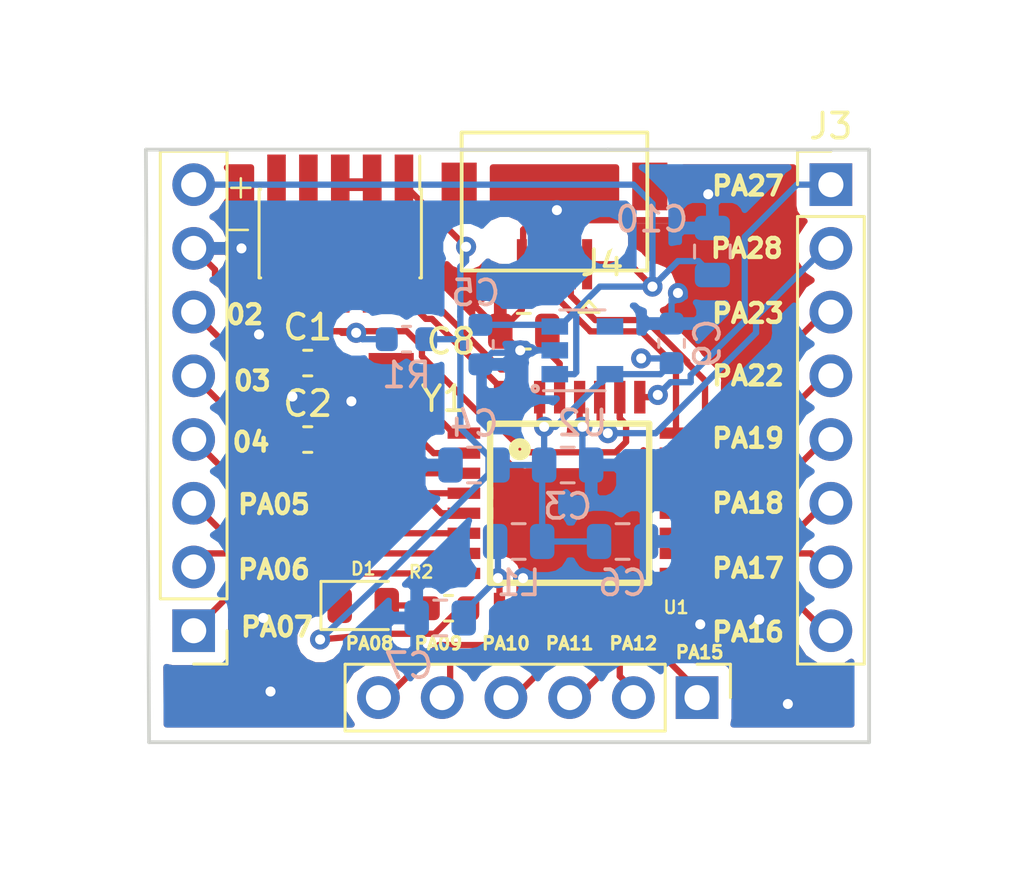
<source format=kicad_pcb>
(kicad_pcb (version 20171130) (host pcbnew "(5.0.1)-rc2")

  (general
    (thickness 1.6)
    (drawings 27)
    (tracks 273)
    (zones 0)
    (modules 22)
    (nets 40)
  )

  (page A4)
  (layers
    (0 F.Cu signal)
    (31 B.Cu signal)
    (32 B.Adhes user)
    (33 F.Adhes user)
    (34 B.Paste user)
    (35 F.Paste user)
    (36 B.SilkS user)
    (37 F.SilkS user)
    (38 B.Mask user)
    (39 F.Mask user)
    (40 Dwgs.User user)
    (41 Cmts.User user)
    (42 Eco1.User user)
    (43 Eco2.User user)
    (44 Edge.Cuts user)
    (45 Margin user)
    (46 B.CrtYd user)
    (47 F.CrtYd user)
    (48 B.Fab user)
    (49 F.Fab user)
  )

  (setup
    (last_trace_width 0.25)
    (trace_clearance 0.2)
    (zone_clearance 0.508)
    (zone_45_only no)
    (trace_min 0.2)
    (segment_width 0.2)
    (edge_width 0.15)
    (via_size 0.8)
    (via_drill 0.4)
    (via_min_size 0.4)
    (via_min_drill 0.3)
    (uvia_size 0.3)
    (uvia_drill 0.1)
    (uvias_allowed no)
    (uvia_min_size 0.2)
    (uvia_min_drill 0.1)
    (pcb_text_width 0.1)
    (pcb_text_size 0.75 0.75)
    (mod_edge_width 0.15)
    (mod_text_size 1 1)
    (mod_text_width 0.15)
    (pad_size 1.524 1.524)
    (pad_drill 0.762)
    (pad_to_mask_clearance 0.051)
    (solder_mask_min_width 0.25)
    (aux_axis_origin 0 0)
    (visible_elements 7FFFFFFF)
    (pcbplotparams
      (layerselection 0x010fc_ffffffff)
      (usegerberextensions false)
      (usegerberattributes false)
      (usegerberadvancedattributes false)
      (creategerberjobfile false)
      (excludeedgelayer true)
      (linewidth 0.100000)
      (plotframeref false)
      (viasonmask false)
      (mode 1)
      (useauxorigin false)
      (hpglpennumber 1)
      (hpglpenspeed 20)
      (hpglpendiameter 15.000000)
      (psnegative false)
      (psa4output false)
      (plotreference true)
      (plotvalue true)
      (plotinvisibletext false)
      (padsonsilk false)
      (subtractmaskfromsilk false)
      (outputformat 1)
      (mirror false)
      (drillshape 0)
      (scaleselection 1)
      (outputdirectory "Gerber/"))
  )

  (net 0 "")
  (net 1 "Net-(C1-Pad2)")
  (net 2 GND)
  (net 3 "Net-(C2-Pad2)")
  (net 4 Vdd)
  (net 5 Vin)
  (net 6 /VDDANA)
  (net 7 /VDDCORE)
  (net 8 /PA23)
  (net 9 "Net-(J4-Pad4)")
  (net 10 /USB_DP)
  (net 11 /USB_DM)
  (net 12 /SWDIO)
  (net 13 /SWDCLK)
  (net 14 /SWO)
  (net 15 "Net-(J5-Pad7)")
  (net 16 "Net-(J5-Pad8)")
  (net 17 "Net-(J5-Pad9)")
  (net 18 /RESET)
  (net 19 "Net-(U2-Pad4)")
  (net 20 /PA02)
  (net 21 /PA03)
  (net 22 /PA04)
  (net 23 /PA05)
  (net 24 /PA06)
  (net 25 /PA07)
  (net 26 /PA28)
  (net 27 /PA27)
  (net 28 /PA22)
  (net 29 /PA19)
  (net 30 /PA18)
  (net 31 /PA08)
  (net 32 /PA09)
  (net 33 /PA10)
  (net 34 /PA11)
  (net 35 /PA12)
  (net 36 /PA15)
  (net 37 /PA16)
  (net 38 /PA17)
  (net 39 "Net-(D1-Pad2)")

  (net_class Default "This is the default net class."
    (clearance 0.2)
    (trace_width 0.25)
    (via_dia 0.8)
    (via_drill 0.4)
    (uvia_dia 0.3)
    (uvia_drill 0.1)
    (add_net /PA02)
    (add_net /PA03)
    (add_net /PA04)
    (add_net /PA05)
    (add_net /PA06)
    (add_net /PA07)
    (add_net /PA08)
    (add_net /PA09)
    (add_net /PA10)
    (add_net /PA11)
    (add_net /PA12)
    (add_net /PA15)
    (add_net /PA16)
    (add_net /PA17)
    (add_net /PA18)
    (add_net /PA19)
    (add_net /PA22)
    (add_net /PA23)
    (add_net /PA27)
    (add_net /PA28)
    (add_net /RESET)
    (add_net /SWDCLK)
    (add_net /SWDIO)
    (add_net /SWO)
    (add_net /USB_DM)
    (add_net /USB_DP)
    (add_net /VDDANA)
    (add_net /VDDCORE)
    (add_net GND)
    (add_net "Net-(C1-Pad2)")
    (add_net "Net-(C2-Pad2)")
    (add_net "Net-(D1-Pad2)")
    (add_net "Net-(J4-Pad4)")
    (add_net "Net-(J5-Pad7)")
    (add_net "Net-(J5-Pad8)")
    (add_net "Net-(J5-Pad9)")
    (add_net "Net-(U2-Pad4)")
    (add_net Vdd)
    (add_net Vin)
  )

  (module Capacitor_SMD:C_0603_1608Metric (layer F.Cu) (tedit 5B301BBE) (tstamp 5D542087)
    (at 149.5805 98.552)
    (descr "Capacitor SMD 0603 (1608 Metric), square (rectangular) end terminal, IPC_7351 nominal, (Body size source: http://www.tortai-tech.com/upload/download/2011102023233369053.pdf), generated with kicad-footprint-generator")
    (tags capacitor)
    (path /5CDFD438)
    (attr smd)
    (fp_text reference C1 (at 0 -1.43) (layer F.SilkS)
      (effects (font (size 1 1) (thickness 0.15)))
    )
    (fp_text value 9pF (at 0 1.43) (layer F.Fab)
      (effects (font (size 1 1) (thickness 0.15)))
    )
    (fp_text user %R (at 0 0) (layer F.Fab)
      (effects (font (size 0.4 0.4) (thickness 0.06)))
    )
    (fp_line (start 1.48 0.73) (end -1.48 0.73) (layer F.CrtYd) (width 0.05))
    (fp_line (start 1.48 -0.73) (end 1.48 0.73) (layer F.CrtYd) (width 0.05))
    (fp_line (start -1.48 -0.73) (end 1.48 -0.73) (layer F.CrtYd) (width 0.05))
    (fp_line (start -1.48 0.73) (end -1.48 -0.73) (layer F.CrtYd) (width 0.05))
    (fp_line (start -0.162779 0.51) (end 0.162779 0.51) (layer F.SilkS) (width 0.12))
    (fp_line (start -0.162779 -0.51) (end 0.162779 -0.51) (layer F.SilkS) (width 0.12))
    (fp_line (start 0.8 0.4) (end -0.8 0.4) (layer F.Fab) (width 0.1))
    (fp_line (start 0.8 -0.4) (end 0.8 0.4) (layer F.Fab) (width 0.1))
    (fp_line (start -0.8 -0.4) (end 0.8 -0.4) (layer F.Fab) (width 0.1))
    (fp_line (start -0.8 0.4) (end -0.8 -0.4) (layer F.Fab) (width 0.1))
    (pad 2 smd roundrect (at 0.7875 0) (size 0.875 0.95) (layers F.Cu F.Paste F.Mask) (roundrect_rratio 0.25)
      (net 1 "Net-(C1-Pad2)"))
    (pad 1 smd roundrect (at -0.7875 0) (size 0.875 0.95) (layers F.Cu F.Paste F.Mask) (roundrect_rratio 0.25)
      (net 2 GND))
    (model ${KISYS3DMOD}/Capacitor_SMD.3dshapes/C_0603_1608Metric.wrl
      (at (xyz 0 0 0))
      (scale (xyz 1 1 1))
      (rotate (xyz 0 0 0))
    )
  )

  (module Capacitor_SMD:C_0603_1608Metric (layer F.Cu) (tedit 5B301BBE) (tstamp 5D542098)
    (at 149.5805 101.6)
    (descr "Capacitor SMD 0603 (1608 Metric), square (rectangular) end terminal, IPC_7351 nominal, (Body size source: http://www.tortai-tech.com/upload/download/2011102023233369053.pdf), generated with kicad-footprint-generator")
    (tags capacitor)
    (path /5CDFD488)
    (attr smd)
    (fp_text reference C2 (at 0 -1.43) (layer F.SilkS)
      (effects (font (size 1 1) (thickness 0.15)))
    )
    (fp_text value 9pF (at 0 1.43) (layer F.Fab)
      (effects (font (size 1 1) (thickness 0.15)))
    )
    (fp_line (start -0.8 0.4) (end -0.8 -0.4) (layer F.Fab) (width 0.1))
    (fp_line (start -0.8 -0.4) (end 0.8 -0.4) (layer F.Fab) (width 0.1))
    (fp_line (start 0.8 -0.4) (end 0.8 0.4) (layer F.Fab) (width 0.1))
    (fp_line (start 0.8 0.4) (end -0.8 0.4) (layer F.Fab) (width 0.1))
    (fp_line (start -0.162779 -0.51) (end 0.162779 -0.51) (layer F.SilkS) (width 0.12))
    (fp_line (start -0.162779 0.51) (end 0.162779 0.51) (layer F.SilkS) (width 0.12))
    (fp_line (start -1.48 0.73) (end -1.48 -0.73) (layer F.CrtYd) (width 0.05))
    (fp_line (start -1.48 -0.73) (end 1.48 -0.73) (layer F.CrtYd) (width 0.05))
    (fp_line (start 1.48 -0.73) (end 1.48 0.73) (layer F.CrtYd) (width 0.05))
    (fp_line (start 1.48 0.73) (end -1.48 0.73) (layer F.CrtYd) (width 0.05))
    (fp_text user %R (at 0 0) (layer F.Fab)
      (effects (font (size 0.4 0.4) (thickness 0.06)))
    )
    (pad 1 smd roundrect (at -0.7875 0) (size 0.875 0.95) (layers F.Cu F.Paste F.Mask) (roundrect_rratio 0.25)
      (net 2 GND))
    (pad 2 smd roundrect (at 0.7875 0) (size 0.875 0.95) (layers F.Cu F.Paste F.Mask) (roundrect_rratio 0.25)
      (net 3 "Net-(C2-Pad2)"))
    (model ${KISYS3DMOD}/Capacitor_SMD.3dshapes/C_0603_1608Metric.wrl
      (at (xyz 0 0 0))
      (scale (xyz 1 1 1))
      (rotate (xyz 0 0 0))
    )
  )

  (module Capacitor_SMD:C_0805_2012Metric (layer B.Cu) (tedit 5B36C52B) (tstamp 5D5420A9)
    (at 159.9415 102.616)
    (descr "Capacitor SMD 0805 (2012 Metric), square (rectangular) end terminal, IPC_7351 nominal, (Body size source: https://docs.google.com/spreadsheets/d/1BsfQQcO9C6DZCsRaXUlFlo91Tg2WpOkGARC1WS5S8t0/edit?usp=sharing), generated with kicad-footprint-generator")
    (tags capacitor)
    (path /5CDFDFBA)
    (attr smd)
    (fp_text reference C3 (at 0 1.65) (layer B.SilkS)
      (effects (font (size 1 1) (thickness 0.15)) (justify mirror))
    )
    (fp_text value 82n (at 0 -1.65) (layer B.Fab)
      (effects (font (size 1 1) (thickness 0.15)) (justify mirror))
    )
    (fp_line (start -1 -0.6) (end -1 0.6) (layer B.Fab) (width 0.1))
    (fp_line (start -1 0.6) (end 1 0.6) (layer B.Fab) (width 0.1))
    (fp_line (start 1 0.6) (end 1 -0.6) (layer B.Fab) (width 0.1))
    (fp_line (start 1 -0.6) (end -1 -0.6) (layer B.Fab) (width 0.1))
    (fp_line (start -0.258578 0.71) (end 0.258578 0.71) (layer B.SilkS) (width 0.12))
    (fp_line (start -0.258578 -0.71) (end 0.258578 -0.71) (layer B.SilkS) (width 0.12))
    (fp_line (start -1.68 -0.95) (end -1.68 0.95) (layer B.CrtYd) (width 0.05))
    (fp_line (start -1.68 0.95) (end 1.68 0.95) (layer B.CrtYd) (width 0.05))
    (fp_line (start 1.68 0.95) (end 1.68 -0.95) (layer B.CrtYd) (width 0.05))
    (fp_line (start 1.68 -0.95) (end -1.68 -0.95) (layer B.CrtYd) (width 0.05))
    (fp_text user %R (at 0 0) (layer B.Fab)
      (effects (font (size 0.5 0.5) (thickness 0.08)) (justify mirror))
    )
    (pad 1 smd roundrect (at -0.9375 0) (size 0.975 1.4) (layers B.Cu B.Paste B.Mask) (roundrect_rratio 0.25)
      (net 4 Vdd))
    (pad 2 smd roundrect (at 0.9375 0) (size 0.975 1.4) (layers B.Cu B.Paste B.Mask) (roundrect_rratio 0.25)
      (net 2 GND))
    (model ${KISYS3DMOD}/Capacitor_SMD.3dshapes/C_0805_2012Metric.wrl
      (at (xyz 0 0 0))
      (scale (xyz 1 1 1))
      (rotate (xyz 0 0 0))
    )
  )

  (module Capacitor_SMD:C_0805_2012Metric (layer B.Cu) (tedit 5B36C52B) (tstamp 5D5420BA)
    (at 156.21 102.616 180)
    (descr "Capacitor SMD 0805 (2012 Metric), square (rectangular) end terminal, IPC_7351 nominal, (Body size source: https://docs.google.com/spreadsheets/d/1BsfQQcO9C6DZCsRaXUlFlo91Tg2WpOkGARC1WS5S8t0/edit?usp=sharing), generated with kicad-footprint-generator")
    (tags capacitor)
    (path /5CDFDFC1)
    (attr smd)
    (fp_text reference C4 (at 0 1.65 180) (layer B.SilkS)
      (effects (font (size 1 1) (thickness 0.15)) (justify mirror))
    )
    (fp_text value 2.2u (at 0 -1.65 180) (layer B.Fab)
      (effects (font (size 1 1) (thickness 0.15)) (justify mirror))
    )
    (fp_text user %R (at 0 0 180) (layer B.Fab)
      (effects (font (size 0.5 0.5) (thickness 0.08)) (justify mirror))
    )
    (fp_line (start 1.68 -0.95) (end -1.68 -0.95) (layer B.CrtYd) (width 0.05))
    (fp_line (start 1.68 0.95) (end 1.68 -0.95) (layer B.CrtYd) (width 0.05))
    (fp_line (start -1.68 0.95) (end 1.68 0.95) (layer B.CrtYd) (width 0.05))
    (fp_line (start -1.68 -0.95) (end -1.68 0.95) (layer B.CrtYd) (width 0.05))
    (fp_line (start -0.258578 -0.71) (end 0.258578 -0.71) (layer B.SilkS) (width 0.12))
    (fp_line (start -0.258578 0.71) (end 0.258578 0.71) (layer B.SilkS) (width 0.12))
    (fp_line (start 1 -0.6) (end -1 -0.6) (layer B.Fab) (width 0.1))
    (fp_line (start 1 0.6) (end 1 -0.6) (layer B.Fab) (width 0.1))
    (fp_line (start -1 0.6) (end 1 0.6) (layer B.Fab) (width 0.1))
    (fp_line (start -1 -0.6) (end -1 0.6) (layer B.Fab) (width 0.1))
    (pad 2 smd roundrect (at 0.9375 0 180) (size 0.975 1.4) (layers B.Cu B.Paste B.Mask) (roundrect_rratio 0.25)
      (net 2 GND))
    (pad 1 smd roundrect (at -0.9375 0 180) (size 0.975 1.4) (layers B.Cu B.Paste B.Mask) (roundrect_rratio 0.25)
      (net 4 Vdd))
    (model ${KISYS3DMOD}/Capacitor_SMD.3dshapes/C_0805_2012Metric.wrl
      (at (xyz 0 0 0))
      (scale (xyz 1 1 1))
      (rotate (xyz 0 0 0))
    )
  )

  (module Capacitor_SMD:C_0603_1608Metric (layer B.Cu) (tedit 5B301BBE) (tstamp 5D5420CB)
    (at 156.464 97.8155 270)
    (descr "Capacitor SMD 0603 (1608 Metric), square (rectangular) end terminal, IPC_7351 nominal, (Body size source: http://www.tortai-tech.com/upload/download/2011102023233369053.pdf), generated with kicad-footprint-generator")
    (tags capacitor)
    (path /5CE09B14)
    (attr smd)
    (fp_text reference C5 (at -2.0575 0.1905) (layer B.SilkS)
      (effects (font (size 1 1) (thickness 0.15)) (justify mirror))
    )
    (fp_text value 1uF (at 0 -1.43 270) (layer B.Fab)
      (effects (font (size 1 1) (thickness 0.15)) (justify mirror))
    )
    (fp_line (start -0.8 -0.4) (end -0.8 0.4) (layer B.Fab) (width 0.1))
    (fp_line (start -0.8 0.4) (end 0.8 0.4) (layer B.Fab) (width 0.1))
    (fp_line (start 0.8 0.4) (end 0.8 -0.4) (layer B.Fab) (width 0.1))
    (fp_line (start 0.8 -0.4) (end -0.8 -0.4) (layer B.Fab) (width 0.1))
    (fp_line (start -0.162779 0.51) (end 0.162779 0.51) (layer B.SilkS) (width 0.12))
    (fp_line (start -0.162779 -0.51) (end 0.162779 -0.51) (layer B.SilkS) (width 0.12))
    (fp_line (start -1.48 -0.73) (end -1.48 0.73) (layer B.CrtYd) (width 0.05))
    (fp_line (start -1.48 0.73) (end 1.48 0.73) (layer B.CrtYd) (width 0.05))
    (fp_line (start 1.48 0.73) (end 1.48 -0.73) (layer B.CrtYd) (width 0.05))
    (fp_line (start 1.48 -0.73) (end -1.48 -0.73) (layer B.CrtYd) (width 0.05))
    (fp_text user %R (at 0 0 270) (layer B.Fab)
      (effects (font (size 0.4 0.4) (thickness 0.06)) (justify mirror))
    )
    (pad 1 smd roundrect (at -0.7875 0 270) (size 0.875 0.95) (layers B.Cu B.Paste B.Mask) (roundrect_rratio 0.25)
      (net 5 Vin))
    (pad 2 smd roundrect (at 0.7875 0 270) (size 0.875 0.95) (layers B.Cu B.Paste B.Mask) (roundrect_rratio 0.25)
      (net 2 GND))
    (model ${KISYS3DMOD}/Capacitor_SMD.3dshapes/C_0603_1608Metric.wrl
      (at (xyz 0 0 0))
      (scale (xyz 1 1 1))
      (rotate (xyz 0 0 0))
    )
  )

  (module Capacitor_SMD:C_0805_2012Metric (layer B.Cu) (tedit 5B36C52B) (tstamp 5D5420DC)
    (at 162.1305 105.664)
    (descr "Capacitor SMD 0805 (2012 Metric), square (rectangular) end terminal, IPC_7351 nominal, (Body size source: https://docs.google.com/spreadsheets/d/1BsfQQcO9C6DZCsRaXUlFlo91Tg2WpOkGARC1WS5S8t0/edit?usp=sharing), generated with kicad-footprint-generator")
    (tags capacitor)
    (path /5CDFDFD4)
    (attr smd)
    (fp_text reference C6 (at 0 1.65) (layer B.SilkS)
      (effects (font (size 1 1) (thickness 0.15)) (justify mirror))
    )
    (fp_text value 82n (at 0 -1.65) (layer B.Fab)
      (effects (font (size 1 1) (thickness 0.15)) (justify mirror))
    )
    (fp_line (start -1 -0.6) (end -1 0.6) (layer B.Fab) (width 0.1))
    (fp_line (start -1 0.6) (end 1 0.6) (layer B.Fab) (width 0.1))
    (fp_line (start 1 0.6) (end 1 -0.6) (layer B.Fab) (width 0.1))
    (fp_line (start 1 -0.6) (end -1 -0.6) (layer B.Fab) (width 0.1))
    (fp_line (start -0.258578 0.71) (end 0.258578 0.71) (layer B.SilkS) (width 0.12))
    (fp_line (start -0.258578 -0.71) (end 0.258578 -0.71) (layer B.SilkS) (width 0.12))
    (fp_line (start -1.68 -0.95) (end -1.68 0.95) (layer B.CrtYd) (width 0.05))
    (fp_line (start -1.68 0.95) (end 1.68 0.95) (layer B.CrtYd) (width 0.05))
    (fp_line (start 1.68 0.95) (end 1.68 -0.95) (layer B.CrtYd) (width 0.05))
    (fp_line (start 1.68 -0.95) (end -1.68 -0.95) (layer B.CrtYd) (width 0.05))
    (fp_text user %R (at 0 0) (layer B.Fab)
      (effects (font (size 0.5 0.5) (thickness 0.08)) (justify mirror))
    )
    (pad 1 smd roundrect (at -0.9375 0) (size 0.975 1.4) (layers B.Cu B.Paste B.Mask) (roundrect_rratio 0.25)
      (net 4 Vdd))
    (pad 2 smd roundrect (at 0.9375 0) (size 0.975 1.4) (layers B.Cu B.Paste B.Mask) (roundrect_rratio 0.25)
      (net 2 GND))
    (model ${KISYS3DMOD}/Capacitor_SMD.3dshapes/C_0805_2012Metric.wrl
      (at (xyz 0 0 0))
      (scale (xyz 1 1 1))
      (rotate (xyz 0 0 0))
    )
  )

  (module Capacitor_SMD:C_0805_2012Metric (layer B.Cu) (tedit 5B36C52B) (tstamp 5D5420ED)
    (at 154.8615 108.712 180)
    (descr "Capacitor SMD 0805 (2012 Metric), square (rectangular) end terminal, IPC_7351 nominal, (Body size source: https://docs.google.com/spreadsheets/d/1BsfQQcO9C6DZCsRaXUlFlo91Tg2WpOkGARC1WS5S8t0/edit?usp=sharing), generated with kicad-footprint-generator")
    (tags capacitor)
    (path /5CDFDFDB)
    (attr smd)
    (fp_text reference C7 (at 1.255 -1.905 180) (layer B.SilkS)
      (effects (font (size 1 1) (thickness 0.15)) (justify mirror))
    )
    (fp_text value 82n (at 0 -1.65 180) (layer B.Fab)
      (effects (font (size 1 1) (thickness 0.15)) (justify mirror))
    )
    (fp_text user %R (at 0 0 180) (layer B.Fab)
      (effects (font (size 0.5 0.5) (thickness 0.08)) (justify mirror))
    )
    (fp_line (start 1.68 -0.95) (end -1.68 -0.95) (layer B.CrtYd) (width 0.05))
    (fp_line (start 1.68 0.95) (end 1.68 -0.95) (layer B.CrtYd) (width 0.05))
    (fp_line (start -1.68 0.95) (end 1.68 0.95) (layer B.CrtYd) (width 0.05))
    (fp_line (start -1.68 -0.95) (end -1.68 0.95) (layer B.CrtYd) (width 0.05))
    (fp_line (start -0.258578 -0.71) (end 0.258578 -0.71) (layer B.SilkS) (width 0.12))
    (fp_line (start -0.258578 0.71) (end 0.258578 0.71) (layer B.SilkS) (width 0.12))
    (fp_line (start 1 -0.6) (end -1 -0.6) (layer B.Fab) (width 0.1))
    (fp_line (start 1 0.6) (end 1 -0.6) (layer B.Fab) (width 0.1))
    (fp_line (start -1 0.6) (end 1 0.6) (layer B.Fab) (width 0.1))
    (fp_line (start -1 -0.6) (end -1 0.6) (layer B.Fab) (width 0.1))
    (pad 2 smd roundrect (at 0.9375 0 180) (size 0.975 1.4) (layers B.Cu B.Paste B.Mask) (roundrect_rratio 0.25)
      (net 2 GND))
    (pad 1 smd roundrect (at -0.9375 0 180) (size 0.975 1.4) (layers B.Cu B.Paste B.Mask) (roundrect_rratio 0.25)
      (net 6 /VDDANA))
    (model ${KISYS3DMOD}/Capacitor_SMD.3dshapes/C_0805_2012Metric.wrl
      (at (xyz 0 0 0))
      (scale (xyz 1 1 1))
      (rotate (xyz 0 0 0))
    )
  )

  (module Capacitor_SMD:C_0805_2012Metric (layer F.Cu) (tedit 5B36C52B) (tstamp 5D542CA7)
    (at 158.1935 97.282 180)
    (descr "Capacitor SMD 0805 (2012 Metric), square (rectangular) end terminal, IPC_7351 nominal, (Body size source: https://docs.google.com/spreadsheets/d/1BsfQQcO9C6DZCsRaXUlFlo91Tg2WpOkGARC1WS5S8t0/edit?usp=sharing), generated with kicad-footprint-generator")
    (tags capacitor)
    (path /5CDFDFE2)
    (attr smd)
    (fp_text reference C8 (at 2.8979 -0.4064 180) (layer F.SilkS)
      (effects (font (size 1 1) (thickness 0.15)))
    )
    (fp_text value 82n (at 0 1.65 180) (layer F.Fab)
      (effects (font (size 1 1) (thickness 0.15)))
    )
    (fp_line (start -1 0.6) (end -1 -0.6) (layer F.Fab) (width 0.1))
    (fp_line (start -1 -0.6) (end 1 -0.6) (layer F.Fab) (width 0.1))
    (fp_line (start 1 -0.6) (end 1 0.6) (layer F.Fab) (width 0.1))
    (fp_line (start 1 0.6) (end -1 0.6) (layer F.Fab) (width 0.1))
    (fp_line (start -0.258578 -0.71) (end 0.258578 -0.71) (layer F.SilkS) (width 0.12))
    (fp_line (start -0.258578 0.71) (end 0.258578 0.71) (layer F.SilkS) (width 0.12))
    (fp_line (start -1.68 0.95) (end -1.68 -0.95) (layer F.CrtYd) (width 0.05))
    (fp_line (start -1.68 -0.95) (end 1.68 -0.95) (layer F.CrtYd) (width 0.05))
    (fp_line (start 1.68 -0.95) (end 1.68 0.95) (layer F.CrtYd) (width 0.05))
    (fp_line (start 1.68 0.95) (end -1.68 0.95) (layer F.CrtYd) (width 0.05))
    (fp_text user %R (at 0 0 180) (layer F.Fab)
      (effects (font (size 0.5 0.5) (thickness 0.08)))
    )
    (pad 1 smd roundrect (at -0.9375 0 180) (size 0.975 1.4) (layers F.Cu F.Paste F.Mask) (roundrect_rratio 0.25)
      (net 7 /VDDCORE))
    (pad 2 smd roundrect (at 0.9375 0 180) (size 0.975 1.4) (layers F.Cu F.Paste F.Mask) (roundrect_rratio 0.25)
      (net 2 GND))
    (model ${KISYS3DMOD}/Capacitor_SMD.3dshapes/C_0805_2012Metric.wrl
      (at (xyz 0 0 0))
      (scale (xyz 1 1 1))
      (rotate (xyz 0 0 0))
    )
  )

  (module Capacitor_SMD:C_0603_1608Metric (layer B.Cu) (tedit 5B301BBE) (tstamp 5D54210F)
    (at 164.084 97.7645 90)
    (descr "Capacitor SMD 0603 (1608 Metric), square (rectangular) end terminal, IPC_7351 nominal, (Body size source: http://www.tortai-tech.com/upload/download/2011102023233369053.pdf), generated with kicad-footprint-generator")
    (tags capacitor)
    (path /5CE09BF7)
    (attr smd)
    (fp_text reference C9 (at 0 1.43 90) (layer B.SilkS)
      (effects (font (size 1 1) (thickness 0.15)) (justify mirror))
    )
    (fp_text value 1uF (at 0 -1.43 90) (layer B.Fab)
      (effects (font (size 1 1) (thickness 0.15)) (justify mirror))
    )
    (fp_text user %R (at 0 0 90) (layer B.Fab)
      (effects (font (size 0.4 0.4) (thickness 0.06)) (justify mirror))
    )
    (fp_line (start 1.48 -0.73) (end -1.48 -0.73) (layer B.CrtYd) (width 0.05))
    (fp_line (start 1.48 0.73) (end 1.48 -0.73) (layer B.CrtYd) (width 0.05))
    (fp_line (start -1.48 0.73) (end 1.48 0.73) (layer B.CrtYd) (width 0.05))
    (fp_line (start -1.48 -0.73) (end -1.48 0.73) (layer B.CrtYd) (width 0.05))
    (fp_line (start -0.162779 -0.51) (end 0.162779 -0.51) (layer B.SilkS) (width 0.12))
    (fp_line (start -0.162779 0.51) (end 0.162779 0.51) (layer B.SilkS) (width 0.12))
    (fp_line (start 0.8 -0.4) (end -0.8 -0.4) (layer B.Fab) (width 0.1))
    (fp_line (start 0.8 0.4) (end 0.8 -0.4) (layer B.Fab) (width 0.1))
    (fp_line (start -0.8 0.4) (end 0.8 0.4) (layer B.Fab) (width 0.1))
    (fp_line (start -0.8 -0.4) (end -0.8 0.4) (layer B.Fab) (width 0.1))
    (pad 2 smd roundrect (at 0.7875 0 90) (size 0.875 0.95) (layers B.Cu B.Paste B.Mask) (roundrect_rratio 0.25)
      (net 2 GND))
    (pad 1 smd roundrect (at -0.7875 0 90) (size 0.875 0.95) (layers B.Cu B.Paste B.Mask) (roundrect_rratio 0.25)
      (net 4 Vdd))
    (model ${KISYS3DMOD}/Capacitor_SMD.3dshapes/C_0603_1608Metric.wrl
      (at (xyz 0 0 0))
      (scale (xyz 1 1 1))
      (rotate (xyz 0 0 0))
    )
  )

  (module Capacitor_SMD:C_0805_2012Metric (layer B.Cu) (tedit 5B36C52B) (tstamp 5D542120)
    (at 165.7096 94.1047 270)
    (descr "Capacitor SMD 0805 (2012 Metric), square (rectangular) end terminal, IPC_7351 nominal, (Body size source: https://docs.google.com/spreadsheets/d/1BsfQQcO9C6DZCsRaXUlFlo91Tg2WpOkGARC1WS5S8t0/edit?usp=sharing), generated with kicad-footprint-generator")
    (tags capacitor)
    (path /5CE010B6)
    (attr smd)
    (fp_text reference C10 (at -1.285 2.413 180) (layer B.SilkS)
      (effects (font (size 1 1) (thickness 0.15)) (justify mirror))
    )
    (fp_text value 100nF (at 0 -1.65 270) (layer B.Fab)
      (effects (font (size 1 1) (thickness 0.15)) (justify mirror))
    )
    (fp_text user %R (at 0 0 270) (layer B.Fab)
      (effects (font (size 0.5 0.5) (thickness 0.08)) (justify mirror))
    )
    (fp_line (start 1.68 -0.95) (end -1.68 -0.95) (layer B.CrtYd) (width 0.05))
    (fp_line (start 1.68 0.95) (end 1.68 -0.95) (layer B.CrtYd) (width 0.05))
    (fp_line (start -1.68 0.95) (end 1.68 0.95) (layer B.CrtYd) (width 0.05))
    (fp_line (start -1.68 -0.95) (end -1.68 0.95) (layer B.CrtYd) (width 0.05))
    (fp_line (start -0.258578 -0.71) (end 0.258578 -0.71) (layer B.SilkS) (width 0.12))
    (fp_line (start -0.258578 0.71) (end 0.258578 0.71) (layer B.SilkS) (width 0.12))
    (fp_line (start 1 -0.6) (end -1 -0.6) (layer B.Fab) (width 0.1))
    (fp_line (start 1 0.6) (end 1 -0.6) (layer B.Fab) (width 0.1))
    (fp_line (start -1 0.6) (end 1 0.6) (layer B.Fab) (width 0.1))
    (fp_line (start -1 -0.6) (end -1 0.6) (layer B.Fab) (width 0.1))
    (pad 2 smd roundrect (at 0.9375 0 270) (size 0.975 1.4) (layers B.Cu B.Paste B.Mask) (roundrect_rratio 0.25)
      (net 5 Vin))
    (pad 1 smd roundrect (at -0.9375 0 270) (size 0.975 1.4) (layers B.Cu B.Paste B.Mask) (roundrect_rratio 0.25)
      (net 2 GND))
    (model ${KISYS3DMOD}/Capacitor_SMD.3dshapes/C_0805_2012Metric.wrl
      (at (xyz 0 0 0))
      (scale (xyz 1 1 1))
      (rotate (xyz 0 0 0))
    )
  )

  (module Connector_PinHeader_2.54mm:PinHeader_1x06_P2.54mm_Vertical (layer F.Cu) (tedit 5CD51DC3) (tstamp 5D542154)
    (at 165.1 111.887 270)
    (descr "Through hole straight pin header, 1x06, 2.54mm pitch, single row")
    (tags "Through hole pin header THT 1x06 2.54mm single row")
    (path /5CE10F26)
    (fp_text reference J2 (at 0 -2.33 270) (layer F.SilkS) hide
      (effects (font (size 1 1) (thickness 0.15)))
    )
    (fp_text value Conn_01x06_Female (at 0 15.03 270) (layer F.Fab)
      (effects (font (size 1 1) (thickness 0.15)))
    )
    (fp_line (start -0.635 -1.27) (end 1.27 -1.27) (layer F.Fab) (width 0.1))
    (fp_line (start 1.27 -1.27) (end 1.27 13.97) (layer F.Fab) (width 0.1))
    (fp_line (start 1.27 13.97) (end -1.27 13.97) (layer F.Fab) (width 0.1))
    (fp_line (start -1.27 13.97) (end -1.27 -0.635) (layer F.Fab) (width 0.1))
    (fp_line (start -1.27 -0.635) (end -0.635 -1.27) (layer F.Fab) (width 0.1))
    (fp_line (start -1.33 14.03) (end 1.33 14.03) (layer F.SilkS) (width 0.12))
    (fp_line (start -1.33 1.27) (end -1.33 14.03) (layer F.SilkS) (width 0.12))
    (fp_line (start 1.33 1.27) (end 1.33 14.03) (layer F.SilkS) (width 0.12))
    (fp_line (start -1.33 1.27) (end 1.33 1.27) (layer F.SilkS) (width 0.12))
    (fp_line (start -1.33 0) (end -1.33 -1.33) (layer F.SilkS) (width 0.12))
    (fp_line (start -1.33 -1.33) (end 0 -1.33) (layer F.SilkS) (width 0.12))
    (fp_line (start -1.8 -1.8) (end -1.8 14.5) (layer F.CrtYd) (width 0.05))
    (fp_line (start -1.8 14.5) (end 1.8 14.5) (layer F.CrtYd) (width 0.05))
    (fp_line (start 1.8 14.5) (end 1.8 -1.8) (layer F.CrtYd) (width 0.05))
    (fp_line (start 1.8 -1.8) (end -1.8 -1.8) (layer F.CrtYd) (width 0.05))
    (fp_text user %R (at 0 6.35) (layer F.Fab)
      (effects (font (size 1 1) (thickness 0.15)))
    )
    (pad 1 thru_hole rect (at 0 0 270) (size 1.7 1.7) (drill 1) (layers *.Cu *.Mask)
      (net 36 /PA15))
    (pad 2 thru_hole oval (at 0 2.54 270) (size 1.7 1.7) (drill 1) (layers *.Cu *.Mask)
      (net 35 /PA12))
    (pad 3 thru_hole oval (at 0 5.08 270) (size 1.7 1.7) (drill 1) (layers *.Cu *.Mask)
      (net 34 /PA11))
    (pad 4 thru_hole oval (at 0 7.62 270) (size 1.7 1.7) (drill 1) (layers *.Cu *.Mask)
      (net 33 /PA10))
    (pad 5 thru_hole oval (at 0 10.16 270) (size 1.7 1.7) (drill 1) (layers *.Cu *.Mask)
      (net 32 /PA09))
    (pad 6 thru_hole oval (at 0 12.7 270) (size 1.7 1.7) (drill 1) (layers *.Cu *.Mask)
      (net 31 /PA08))
    (model ${KISYS3DMOD}/Connector_PinHeader_2.54mm.3dshapes/PinHeader_1x06_P2.54mm_Vertical.wrl
      (at (xyz 0 0 0))
      (scale (xyz 1 1 1))
      (rotate (xyz 0 0 0))
    )
  )

  (module Connector_PinHeader_1.27mm:PinHeader_2x05_P1.27mm_Vertical_SMD (layer F.Cu) (tedit 5CD51DD1) (tstamp 5D5421D1)
    (at 150.876 93.39 270)
    (descr "surface-mounted straight pin header, 2x05, 1.27mm pitch, double rows")
    (tags "Surface mounted pin header SMD 2x05 1.27mm double row")
    (path /5CE03371)
    (attr smd)
    (fp_text reference J5 (at 0 -4.235 270) (layer F.SilkS) hide
      (effects (font (size 1 1) (thickness 0.15)))
    )
    (fp_text value Conn_ARM_JTAG_SWD_10 (at 0 4.235 270) (layer F.Fab)
      (effects (font (size 1 1) (thickness 0.15)))
    )
    (fp_line (start 1.705 3.175) (end -1.705 3.175) (layer F.Fab) (width 0.1))
    (fp_line (start -1.27 -3.175) (end 1.705 -3.175) (layer F.Fab) (width 0.1))
    (fp_line (start -1.705 3.175) (end -1.705 -2.74) (layer F.Fab) (width 0.1))
    (fp_line (start -1.705 -2.74) (end -1.27 -3.175) (layer F.Fab) (width 0.1))
    (fp_line (start 1.705 -3.175) (end 1.705 3.175) (layer F.Fab) (width 0.1))
    (fp_line (start -1.705 -2.74) (end -2.75 -2.74) (layer F.Fab) (width 0.1))
    (fp_line (start -2.75 -2.74) (end -2.75 -2.34) (layer F.Fab) (width 0.1))
    (fp_line (start -2.75 -2.34) (end -1.705 -2.34) (layer F.Fab) (width 0.1))
    (fp_line (start 1.705 -2.74) (end 2.75 -2.74) (layer F.Fab) (width 0.1))
    (fp_line (start 2.75 -2.74) (end 2.75 -2.34) (layer F.Fab) (width 0.1))
    (fp_line (start 2.75 -2.34) (end 1.705 -2.34) (layer F.Fab) (width 0.1))
    (fp_line (start -1.705 -1.47) (end -2.75 -1.47) (layer F.Fab) (width 0.1))
    (fp_line (start -2.75 -1.47) (end -2.75 -1.07) (layer F.Fab) (width 0.1))
    (fp_line (start -2.75 -1.07) (end -1.705 -1.07) (layer F.Fab) (width 0.1))
    (fp_line (start 1.705 -1.47) (end 2.75 -1.47) (layer F.Fab) (width 0.1))
    (fp_line (start 2.75 -1.47) (end 2.75 -1.07) (layer F.Fab) (width 0.1))
    (fp_line (start 2.75 -1.07) (end 1.705 -1.07) (layer F.Fab) (width 0.1))
    (fp_line (start -1.705 -0.2) (end -2.75 -0.2) (layer F.Fab) (width 0.1))
    (fp_line (start -2.75 -0.2) (end -2.75 0.2) (layer F.Fab) (width 0.1))
    (fp_line (start -2.75 0.2) (end -1.705 0.2) (layer F.Fab) (width 0.1))
    (fp_line (start 1.705 -0.2) (end 2.75 -0.2) (layer F.Fab) (width 0.1))
    (fp_line (start 2.75 -0.2) (end 2.75 0.2) (layer F.Fab) (width 0.1))
    (fp_line (start 2.75 0.2) (end 1.705 0.2) (layer F.Fab) (width 0.1))
    (fp_line (start -1.705 1.07) (end -2.75 1.07) (layer F.Fab) (width 0.1))
    (fp_line (start -2.75 1.07) (end -2.75 1.47) (layer F.Fab) (width 0.1))
    (fp_line (start -2.75 1.47) (end -1.705 1.47) (layer F.Fab) (width 0.1))
    (fp_line (start 1.705 1.07) (end 2.75 1.07) (layer F.Fab) (width 0.1))
    (fp_line (start 2.75 1.07) (end 2.75 1.47) (layer F.Fab) (width 0.1))
    (fp_line (start 2.75 1.47) (end 1.705 1.47) (layer F.Fab) (width 0.1))
    (fp_line (start -1.705 2.34) (end -2.75 2.34) (layer F.Fab) (width 0.1))
    (fp_line (start -2.75 2.34) (end -2.75 2.74) (layer F.Fab) (width 0.1))
    (fp_line (start -2.75 2.74) (end -1.705 2.74) (layer F.Fab) (width 0.1))
    (fp_line (start 1.705 2.34) (end 2.75 2.34) (layer F.Fab) (width 0.1))
    (fp_line (start 2.75 2.34) (end 2.75 2.74) (layer F.Fab) (width 0.1))
    (fp_line (start 2.75 2.74) (end 1.705 2.74) (layer F.Fab) (width 0.1))
    (fp_line (start -1.765 -3.235) (end 1.765 -3.235) (layer F.SilkS) (width 0.12))
    (fp_line (start -1.765 3.235) (end 1.765 3.235) (layer F.SilkS) (width 0.12))
    (fp_line (start -3.09 -3.17) (end -1.765 -3.17) (layer F.SilkS) (width 0.12))
    (fp_line (start -1.765 -3.235) (end -1.765 -3.17) (layer F.SilkS) (width 0.12))
    (fp_line (start 1.765 -3.235) (end 1.765 -3.17) (layer F.SilkS) (width 0.12))
    (fp_line (start -1.765 3.17) (end -1.765 3.235) (layer F.SilkS) (width 0.12))
    (fp_line (start 1.765 3.17) (end 1.765 3.235) (layer F.SilkS) (width 0.12))
    (fp_line (start -4.3 -3.7) (end -4.3 3.7) (layer F.CrtYd) (width 0.05))
    (fp_line (start -4.3 3.7) (end 4.3 3.7) (layer F.CrtYd) (width 0.05))
    (fp_line (start 4.3 3.7) (end 4.3 -3.7) (layer F.CrtYd) (width 0.05))
    (fp_line (start 4.3 -3.7) (end -4.3 -3.7) (layer F.CrtYd) (width 0.05))
    (fp_text user %R (at 0 0) (layer F.Fab)
      (effects (font (size 1 1) (thickness 0.15)))
    )
    (pad 1 smd rect (at -1.95 -2.54 270) (size 2.4 0.74) (layers F.Cu F.Paste F.Mask)
      (net 4 Vdd))
    (pad 2 smd rect (at 1.95 -2.54 270) (size 2.4 0.74) (layers F.Cu F.Paste F.Mask)
      (net 12 /SWDIO))
    (pad 3 smd rect (at -1.95 -1.27 270) (size 2.4 0.74) (layers F.Cu F.Paste F.Mask)
      (net 2 GND))
    (pad 4 smd rect (at 1.95 -1.27 270) (size 2.4 0.74) (layers F.Cu F.Paste F.Mask)
      (net 13 /SWDCLK))
    (pad 5 smd rect (at -1.95 0 270) (size 2.4 0.74) (layers F.Cu F.Paste F.Mask)
      (net 2 GND))
    (pad 6 smd rect (at 1.95 0 270) (size 2.4 0.74) (layers F.Cu F.Paste F.Mask)
      (net 14 /SWO))
    (pad 7 smd rect (at -1.95 1.27 270) (size 2.4 0.74) (layers F.Cu F.Paste F.Mask)
      (net 15 "Net-(J5-Pad7)"))
    (pad 8 smd rect (at 1.95 1.27 270) (size 2.4 0.74) (layers F.Cu F.Paste F.Mask)
      (net 16 "Net-(J5-Pad8)"))
    (pad 9 smd rect (at -1.95 2.54 270) (size 2.4 0.74) (layers F.Cu F.Paste F.Mask)
      (net 17 "Net-(J5-Pad9)"))
    (pad 10 smd rect (at 1.95 2.54 270) (size 2.4 0.74) (layers F.Cu F.Paste F.Mask)
      (net 18 /RESET))
    (model ${KISYS3DMOD}/Connector_PinHeader_1.27mm.3dshapes/PinHeader_2x05_P1.27mm_Vertical_SMD.wrl
      (at (xyz 0 0 0))
      (scale (xyz 1 1 1))
      (rotate (xyz 0 0 0))
    )
  )

  (module Inductor_SMD:L_0805_2012Metric (layer B.Cu) (tedit 5B36C52B) (tstamp 5D5421E2)
    (at 157.988 105.664)
    (descr "Inductor SMD 0805 (2012 Metric), square (rectangular) end terminal, IPC_7351 nominal, (Body size source: https://docs.google.com/spreadsheets/d/1BsfQQcO9C6DZCsRaXUlFlo91Tg2WpOkGARC1WS5S8t0/edit?usp=sharing), generated with kicad-footprint-generator")
    (tags inductor)
    (path /5CDFDFFD)
    (attr smd)
    (fp_text reference L1 (at 0 1.65) (layer B.SilkS)
      (effects (font (size 1 1) (thickness 0.15)) (justify mirror))
    )
    (fp_text value INDUCTOR (at 0 -1.65) (layer B.Fab)
      (effects (font (size 1 1) (thickness 0.15)) (justify mirror))
    )
    (fp_line (start -1 -0.6) (end -1 0.6) (layer B.Fab) (width 0.1))
    (fp_line (start -1 0.6) (end 1 0.6) (layer B.Fab) (width 0.1))
    (fp_line (start 1 0.6) (end 1 -0.6) (layer B.Fab) (width 0.1))
    (fp_line (start 1 -0.6) (end -1 -0.6) (layer B.Fab) (width 0.1))
    (fp_line (start -0.258578 0.71) (end 0.258578 0.71) (layer B.SilkS) (width 0.12))
    (fp_line (start -0.258578 -0.71) (end 0.258578 -0.71) (layer B.SilkS) (width 0.12))
    (fp_line (start -1.68 -0.95) (end -1.68 0.95) (layer B.CrtYd) (width 0.05))
    (fp_line (start -1.68 0.95) (end 1.68 0.95) (layer B.CrtYd) (width 0.05))
    (fp_line (start 1.68 0.95) (end 1.68 -0.95) (layer B.CrtYd) (width 0.05))
    (fp_line (start 1.68 -0.95) (end -1.68 -0.95) (layer B.CrtYd) (width 0.05))
    (fp_text user %R (at 0 0) (layer B.Fab)
      (effects (font (size 0.5 0.5) (thickness 0.08)) (justify mirror))
    )
    (pad 1 smd roundrect (at -0.9375 0) (size 0.975 1.4) (layers B.Cu B.Paste B.Mask) (roundrect_rratio 0.25)
      (net 6 /VDDANA))
    (pad 2 smd roundrect (at 0.9375 0) (size 0.975 1.4) (layers B.Cu B.Paste B.Mask) (roundrect_rratio 0.25)
      (net 4 Vdd))
    (model ${KISYS3DMOD}/Inductor_SMD.3dshapes/L_0805_2012Metric.wrl
      (at (xyz 0 0 0))
      (scale (xyz 1 1 1))
      (rotate (xyz 0 0 0))
    )
  )

  (module Resistor_SMD:R_0603_1608Metric (layer B.Cu) (tedit 5B301BBD) (tstamp 5D5421F3)
    (at 153.5175 97.5995)
    (descr "Resistor SMD 0603 (1608 Metric), square (rectangular) end terminal, IPC_7351 nominal, (Body size source: http://www.tortai-tech.com/upload/download/2011102023233369053.pdf), generated with kicad-footprint-generator")
    (tags resistor)
    (path /5CE0090F)
    (attr smd)
    (fp_text reference R1 (at 0 1.43) (layer B.SilkS)
      (effects (font (size 1 1) (thickness 0.15)) (justify mirror))
    )
    (fp_text value 10k (at 0 -1.43) (layer B.Fab)
      (effects (font (size 1 1) (thickness 0.15)) (justify mirror))
    )
    (fp_line (start -0.8 -0.4) (end -0.8 0.4) (layer B.Fab) (width 0.1))
    (fp_line (start -0.8 0.4) (end 0.8 0.4) (layer B.Fab) (width 0.1))
    (fp_line (start 0.8 0.4) (end 0.8 -0.4) (layer B.Fab) (width 0.1))
    (fp_line (start 0.8 -0.4) (end -0.8 -0.4) (layer B.Fab) (width 0.1))
    (fp_line (start -0.162779 0.51) (end 0.162779 0.51) (layer B.SilkS) (width 0.12))
    (fp_line (start -0.162779 -0.51) (end 0.162779 -0.51) (layer B.SilkS) (width 0.12))
    (fp_line (start -1.48 -0.73) (end -1.48 0.73) (layer B.CrtYd) (width 0.05))
    (fp_line (start -1.48 0.73) (end 1.48 0.73) (layer B.CrtYd) (width 0.05))
    (fp_line (start 1.48 0.73) (end 1.48 -0.73) (layer B.CrtYd) (width 0.05))
    (fp_line (start 1.48 -0.73) (end -1.48 -0.73) (layer B.CrtYd) (width 0.05))
    (fp_text user %R (at 0 0) (layer B.Fab)
      (effects (font (size 0.4 0.4) (thickness 0.06)) (justify mirror))
    )
    (pad 1 smd roundrect (at -0.7875 0) (size 0.875 0.95) (layers B.Cu B.Paste B.Mask) (roundrect_rratio 0.25)
      (net 18 /RESET))
    (pad 2 smd roundrect (at 0.7875 0) (size 0.875 0.95) (layers B.Cu B.Paste B.Mask) (roundrect_rratio 0.25)
      (net 4 Vdd))
    (model ${KISYS3DMOD}/Resistor_SMD.3dshapes/R_0603_1608Metric.wrl
      (at (xyz 0 0 0))
      (scale (xyz 1 1 1))
      (rotate (xyz 0 0 0))
    )
  )

  (module kicad-open-modules:TQFP32 (layer F.Cu) (tedit 5CD51DCA) (tstamp 5D54221C)
    (at 160.02 104.14)
    (path /5CDFCB3C)
    (fp_text reference U1 (at 4.2418 4.15036) (layer F.SilkS)
      (effects (font (size 0.50038 0.50038) (thickness 0.09906)))
    )
    (fp_text value ATSAMD21E18A-AF (at 17.9324 0.3556) (layer F.SilkS) hide
      (effects (font (size 0.50038 0.50038) (thickness 0.09906)))
    )
    (fp_line (start 3.16992 -3.16992) (end 3.16992 3.16992) (layer F.SilkS) (width 0.254))
    (fp_line (start 3.16992 3.16992) (end -3.16992 3.16992) (layer F.SilkS) (width 0.254))
    (fp_line (start -3.16992 3.16992) (end -3.16992 -3.16992) (layer F.SilkS) (width 0.254))
    (fp_line (start -3.16992 -3.16992) (end 3.16992 -3.175) (layer F.SilkS) (width 0.254))
    (fp_circle (center -1.98628 -2.15392) (end -1.83388 -1.9558) (layer F.SilkS) (width 0.381))
    (pad 9 smd rect (at -2.79654 4.21894 90) (size 1.30048 0.44958) (layers F.Cu F.Paste F.Mask)
      (net 6 /VDDANA))
    (pad 10 smd rect (at -1.99898 4.21894 90) (size 1.30048 0.44958) (layers F.Cu F.Paste F.Mask)
      (net 2 GND))
    (pad 12 smd rect (at -0.39878 4.21894 90) (size 1.30048 0.44958) (layers F.Cu F.Paste F.Mask)
      (net 32 /PA09))
    (pad 11 smd rect (at -1.19634 4.21894 90) (size 1.30048 0.44958) (layers F.Cu F.Paste F.Mask)
      (net 31 /PA08))
    (pad 15 smd rect (at 1.99898 4.21894 90) (size 1.30048 0.44958) (layers F.Cu F.Paste F.Mask)
      (net 35 /PA12))
    (pad 16 smd rect (at 2.79654 4.21894 90) (size 1.30048 0.44958) (layers F.Cu F.Paste F.Mask)
      (net 36 /PA15))
    (pad 14 smd rect (at 1.19634 4.21894 90) (size 1.30048 0.44958) (layers F.Cu F.Paste F.Mask)
      (net 34 /PA11))
    (pad 13 smd rect (at 0.39878 4.21894 90) (size 1.30048 0.44958) (layers F.Cu F.Paste F.Mask)
      (net 33 /PA10))
    (pad 28 smd rect (at 0.39878 -4.2291 90) (size 1.30048 0.44958) (layers F.Cu F.Paste F.Mask)
      (net 2 GND))
    (pad 27 smd rect (at 1.19634 -4.2291 90) (size 1.30048 0.44958) (layers F.Cu F.Paste F.Mask)
      (net 26 /PA28))
    (pad 25 smd rect (at 2.79654 -4.2291 90) (size 1.30048 0.44958) (layers F.Cu F.Paste F.Mask)
      (net 27 /PA27))
    (pad 26 smd rect (at 1.99898 -4.2291 90) (size 1.30048 0.44958) (layers F.Cu F.Paste F.Mask)
      (net 18 /RESET))
    (pad 30 smd rect (at -1.19634 -4.2291 90) (size 1.30048 0.44958) (layers F.Cu F.Paste F.Mask)
      (net 4 Vdd))
    (pad 29 smd rect (at -0.39878 -4.2291 90) (size 1.30048 0.44958) (layers F.Cu F.Paste F.Mask)
      (net 7 /VDDCORE))
    (pad 31 smd rect (at -1.99898 -4.2291 90) (size 1.30048 0.44958) (layers F.Cu F.Paste F.Mask)
      (net 13 /SWDCLK))
    (pad 32 smd rect (at -2.79654 -4.2291 90) (size 1.30048 0.44958) (layers F.Cu F.Paste F.Mask)
      (net 12 /SWDIO))
    (pad 22 smd rect (at 4.23926 -1.19634) (size 1.30048 0.44958) (layers F.Cu F.Paste F.Mask)
      (net 8 /PA23))
    (pad 24 smd rect (at 4.23926 -2.79654) (size 1.30048 0.44958) (layers F.Cu F.Paste F.Mask)
      (net 10 /USB_DP))
    (pad 23 smd rect (at 4.23926 -1.99898) (size 1.30048 0.44958) (layers F.Cu F.Paste F.Mask)
      (net 11 /USB_DM))
    (pad 21 smd rect (at 4.23926 -0.39878) (size 1.30048 0.44958) (layers F.Cu F.Paste F.Mask)
      (net 28 /PA22))
    (pad 18 smd rect (at 4.23926 1.99898) (size 1.30048 0.44958) (layers F.Cu F.Paste F.Mask)
      (net 38 /PA17))
    (pad 17 smd rect (at 4.23926 2.79654) (size 1.30048 0.44958) (layers F.Cu F.Paste F.Mask)
      (net 37 /PA16))
    (pad 19 smd rect (at 4.23926 1.19634) (size 1.30048 0.44958) (layers F.Cu F.Paste F.Mask)
      (net 30 /PA18))
    (pad 20 smd rect (at 4.23926 0.39878) (size 1.30048 0.44958) (layers F.Cu F.Paste F.Mask)
      (net 29 /PA19))
    (pad 5 smd rect (at -4.21386 0.39878) (size 1.30048 0.44958) (layers F.Cu F.Paste F.Mask)
      (net 22 /PA04))
    (pad 6 smd rect (at -4.21386 1.19634) (size 1.30048 0.44958) (layers F.Cu F.Paste F.Mask)
      (net 23 /PA05))
    (pad 8 smd rect (at -4.21386 2.79654) (size 1.30048 0.44958) (layers F.Cu F.Paste F.Mask)
      (net 25 /PA07))
    (pad 7 smd rect (at -4.21386 1.99898) (size 1.30048 0.44958) (layers F.Cu F.Paste F.Mask)
      (net 24 /PA06))
    (pad 3 smd rect (at -4.21386 -1.19634) (size 1.30048 0.44958) (layers F.Cu F.Paste F.Mask)
      (net 20 /PA02))
    (pad 4 smd rect (at -4.21386 -0.39878) (size 1.30048 0.44958) (layers F.Cu F.Paste F.Mask)
      (net 21 /PA03))
    (pad 2 smd rect (at -4.21386 -1.99898) (size 1.30048 0.44958) (layers F.Cu F.Paste F.Mask)
      (net 3 "Net-(C2-Pad2)"))
    (pad 1 smd rect (at -4.21386 -2.79654) (size 1.30048 0.44958) (layers F.Cu F.Paste F.Mask)
      (net 1 "Net-(C1-Pad2)"))
    (model ${KISYS3DMOD}/Package_QFP.3dshapes/LQFP-32_7x7mm_P0.8mm.step
      (at (xyz 0 0 0))
      (scale (xyz 1 1 1))
      (rotate (xyz 0 0 0))
    )
  )

  (module CustomFP:CM7V-T1A-32.768k-9pF (layer F.Cu) (tedit 5C81FCB7) (tstamp 5D542238)
    (at 152.908 98.8 270)
    (path /5CDFD39D)
    (fp_text reference Y1 (at 1.1744 -2.0828) (layer F.SilkS)
      (effects (font (size 1 1) (thickness 0.15)))
    )
    (fp_text value Crystal (at 1.5748 1.9304 270) (layer F.Fab)
      (effects (font (size 1 1) (thickness 0.15)))
    )
    (pad 1 smd rect (at 0 0 270) (size 1.3 1.8) (layers F.Cu F.Paste F.Mask)
      (net 1 "Net-(C1-Pad2)"))
    (pad 2 smd rect (at 2.8 0 270) (size 1.3 1.8) (layers F.Cu F.Paste F.Mask)
      (net 3 "Net-(C2-Pad2)"))
  )

  (module Connector_PinHeader_2.54mm:PinHeader_1x08_P2.54mm_Vertical (layer F.Cu) (tedit 5CD5200A) (tstamp 5D5428C3)
    (at 145.034 109.22 180)
    (descr "Through hole straight pin header, 1x08, 2.54mm pitch, single row")
    (tags "Through hole pin header THT 1x08 2.54mm single row")
    (path /5CE0F241)
    (fp_text reference J1 (at 0 -2.33 180) (layer F.SilkS) hide
      (effects (font (size 1 1) (thickness 0.15)))
    )
    (fp_text value Conn_01x08_Female (at 0 20.11 180) (layer F.Fab)
      (effects (font (size 1 1) (thickness 0.15)))
    )
    (fp_text user %R (at 0 8.89 270) (layer F.Fab)
      (effects (font (size 1 1) (thickness 0.15)))
    )
    (fp_line (start 1.8 -1.8) (end -1.8 -1.8) (layer F.CrtYd) (width 0.05))
    (fp_line (start 1.8 19.55) (end 1.8 -1.8) (layer F.CrtYd) (width 0.05))
    (fp_line (start -1.8 19.55) (end 1.8 19.55) (layer F.CrtYd) (width 0.05))
    (fp_line (start -1.8 -1.8) (end -1.8 19.55) (layer F.CrtYd) (width 0.05))
    (fp_line (start -1.33 -1.33) (end 0 -1.33) (layer F.SilkS) (width 0.12))
    (fp_line (start -1.33 0) (end -1.33 -1.33) (layer F.SilkS) (width 0.12))
    (fp_line (start -1.33 1.27) (end 1.33 1.27) (layer F.SilkS) (width 0.12))
    (fp_line (start 1.33 1.27) (end 1.33 19.11) (layer F.SilkS) (width 0.12))
    (fp_line (start -1.33 1.27) (end -1.33 19.11) (layer F.SilkS) (width 0.12))
    (fp_line (start -1.33 19.11) (end 1.33 19.11) (layer F.SilkS) (width 0.12))
    (fp_line (start -1.27 -0.635) (end -0.635 -1.27) (layer F.Fab) (width 0.1))
    (fp_line (start -1.27 19.05) (end -1.27 -0.635) (layer F.Fab) (width 0.1))
    (fp_line (start 1.27 19.05) (end -1.27 19.05) (layer F.Fab) (width 0.1))
    (fp_line (start 1.27 -1.27) (end 1.27 19.05) (layer F.Fab) (width 0.1))
    (fp_line (start -0.635 -1.27) (end 1.27 -1.27) (layer F.Fab) (width 0.1))
    (pad 8 thru_hole oval (at 0 17.78 180) (size 1.7 1.7) (drill 1) (layers *.Cu *.Mask)
      (net 5 Vin))
    (pad 7 thru_hole oval (at 0 15.24 180) (size 1.7 1.7) (drill 1) (layers *.Cu *.Mask)
      (net 2 GND))
    (pad 6 thru_hole oval (at 0 12.7 180) (size 1.7 1.7) (drill 1) (layers *.Cu *.Mask)
      (net 20 /PA02))
    (pad 5 thru_hole oval (at 0 10.16 180) (size 1.7 1.7) (drill 1) (layers *.Cu *.Mask)
      (net 21 /PA03))
    (pad 4 thru_hole oval (at 0 7.62 180) (size 1.7 1.7) (drill 1) (layers *.Cu *.Mask)
      (net 22 /PA04))
    (pad 3 thru_hole oval (at 0 5.08 180) (size 1.7 1.7) (drill 1) (layers *.Cu *.Mask)
      (net 23 /PA05))
    (pad 2 thru_hole oval (at 0 2.54 180) (size 1.7 1.7) (drill 1) (layers *.Cu *.Mask)
      (net 24 /PA06))
    (pad 1 thru_hole rect (at 0 0 180) (size 1.7 1.7) (drill 1) (layers *.Cu *.Mask)
      (net 25 /PA07))
    (model ${KISYS3DMOD}/Connector_PinHeader_2.54mm.3dshapes/PinHeader_1x08_P2.54mm_Vertical.wrl
      (at (xyz 0 0 0))
      (scale (xyz 1 1 1))
      (rotate (xyz 0 0 0))
    )
  )

  (module Connector_PinHeader_2.54mm:PinHeader_1x08_P2.54mm_Vertical (layer F.Cu) (tedit 59FED5CC) (tstamp 5D5465E2)
    (at 170.434 91.44)
    (descr "Through hole straight pin header, 1x08, 2.54mm pitch, single row")
    (tags "Through hole pin header THT 1x08 2.54mm single row")
    (path /5CE0F111)
    (fp_text reference J3 (at 0 -2.33) (layer F.SilkS)
      (effects (font (size 1 1) (thickness 0.15)))
    )
    (fp_text value Conn_01x08_Female (at 0 20.11) (layer F.Fab)
      (effects (font (size 1 1) (thickness 0.15)))
    )
    (fp_line (start -0.635 -1.27) (end 1.27 -1.27) (layer F.Fab) (width 0.1))
    (fp_line (start 1.27 -1.27) (end 1.27 19.05) (layer F.Fab) (width 0.1))
    (fp_line (start 1.27 19.05) (end -1.27 19.05) (layer F.Fab) (width 0.1))
    (fp_line (start -1.27 19.05) (end -1.27 -0.635) (layer F.Fab) (width 0.1))
    (fp_line (start -1.27 -0.635) (end -0.635 -1.27) (layer F.Fab) (width 0.1))
    (fp_line (start -1.33 19.11) (end 1.33 19.11) (layer F.SilkS) (width 0.12))
    (fp_line (start -1.33 1.27) (end -1.33 19.11) (layer F.SilkS) (width 0.12))
    (fp_line (start 1.33 1.27) (end 1.33 19.11) (layer F.SilkS) (width 0.12))
    (fp_line (start -1.33 1.27) (end 1.33 1.27) (layer F.SilkS) (width 0.12))
    (fp_line (start -1.33 0) (end -1.33 -1.33) (layer F.SilkS) (width 0.12))
    (fp_line (start -1.33 -1.33) (end 0 -1.33) (layer F.SilkS) (width 0.12))
    (fp_line (start -1.8 -1.8) (end -1.8 19.55) (layer F.CrtYd) (width 0.05))
    (fp_line (start -1.8 19.55) (end 1.8 19.55) (layer F.CrtYd) (width 0.05))
    (fp_line (start 1.8 19.55) (end 1.8 -1.8) (layer F.CrtYd) (width 0.05))
    (fp_line (start 1.8 -1.8) (end -1.8 -1.8) (layer F.CrtYd) (width 0.05))
    (fp_text user %R (at 0 8.89 90) (layer F.Fab)
      (effects (font (size 1 1) (thickness 0.15)))
    )
    (pad 1 thru_hole rect (at 0 0) (size 1.7 1.7) (drill 1) (layers *.Cu *.Mask)
      (net 27 /PA27))
    (pad 2 thru_hole oval (at 0 2.54) (size 1.7 1.7) (drill 1) (layers *.Cu *.Mask)
      (net 26 /PA28))
    (pad 3 thru_hole oval (at 0 5.08) (size 1.7 1.7) (drill 1) (layers *.Cu *.Mask)
      (net 8 /PA23))
    (pad 4 thru_hole oval (at 0 7.62) (size 1.7 1.7) (drill 1) (layers *.Cu *.Mask)
      (net 28 /PA22))
    (pad 5 thru_hole oval (at 0 10.16) (size 1.7 1.7) (drill 1) (layers *.Cu *.Mask)
      (net 29 /PA19))
    (pad 6 thru_hole oval (at 0 12.7) (size 1.7 1.7) (drill 1) (layers *.Cu *.Mask)
      (net 30 /PA18))
    (pad 7 thru_hole oval (at 0 15.24) (size 1.7 1.7) (drill 1) (layers *.Cu *.Mask)
      (net 38 /PA17))
    (pad 8 thru_hole oval (at 0 17.78) (size 1.7 1.7) (drill 1) (layers *.Cu *.Mask)
      (net 37 /PA16))
    (model ${KISYS3DMOD}/Connector_PinHeader_2.54mm.3dshapes/PinHeader_1x08_P2.54mm_Vertical.wrl
      (at (xyz 0 0 0))
      (scale (xyz 1 1 1))
      (rotate (xyz 0 0 0))
    )
  )

  (module Package_TO_SOT_SMD:SOT-23-5 (layer B.Cu) (tedit 5CCE0A2F) (tstamp 5D543612)
    (at 160.528 98.044)
    (descr "5-pin SOT23 package")
    (tags SOT-23-5)
    (path /5CE09423)
    (attr smd)
    (fp_text reference U2 (at 0 2.9) (layer B.SilkS)
      (effects (font (size 1 1) (thickness 0.15)) (justify mirror))
    )
    (fp_text value MIC5504-3.3YM5 (at 0 -2.9) (layer B.Fab)
      (effects (font (size 1 1) (thickness 0.15)) (justify mirror))
    )
    (fp_text user %R (at 0 0 -90) (layer B.Fab)
      (effects (font (size 0.5 0.5) (thickness 0.075)) (justify mirror))
    )
    (fp_line (start -0.9 -1.61) (end 0.9 -1.61) (layer B.SilkS) (width 0.12))
    (fp_line (start 0.9 1.61) (end -1.55 1.61) (layer B.SilkS) (width 0.12))
    (fp_line (start -1.9 1.8) (end 1.9 1.8) (layer B.CrtYd) (width 0.05))
    (fp_line (start 1.9 1.8) (end 1.9 -1.8) (layer B.CrtYd) (width 0.05))
    (fp_line (start 1.9 -1.8) (end -1.9 -1.8) (layer B.CrtYd) (width 0.05))
    (fp_line (start -1.9 -1.8) (end -1.9 1.8) (layer B.CrtYd) (width 0.05))
    (fp_line (start -0.9 0.9) (end -0.25 1.55) (layer B.Fab) (width 0.1))
    (fp_line (start 0.9 1.55) (end -0.25 1.55) (layer B.Fab) (width 0.1))
    (fp_line (start -0.9 0.9) (end -0.9 -1.55) (layer B.Fab) (width 0.1))
    (fp_line (start 0.9 -1.55) (end -0.9 -1.55) (layer B.Fab) (width 0.1))
    (fp_line (start 0.9 1.55) (end 0.9 -1.55) (layer B.Fab) (width 0.1))
    (fp_circle (center -1.8796 1.524) (end -1.778 1.4732) (layer B.SilkS) (width 0.15))
    (pad 1 smd rect (at -1.1 0.95) (size 1.06 0.65) (layers B.Cu B.Paste B.Mask)
      (net 5 Vin))
    (pad 2 smd rect (at -1.1 0) (size 1.06 0.65) (layers B.Cu B.Paste B.Mask)
      (net 2 GND))
    (pad 3 smd rect (at -1.1 -0.95) (size 1.06 0.65) (layers B.Cu B.Paste B.Mask)
      (net 5 Vin))
    (pad 4 smd rect (at 1.1 -0.95) (size 1.06 0.65) (layers B.Cu B.Paste B.Mask)
      (net 19 "Net-(U2-Pad4)"))
    (pad 5 smd rect (at 1.1 0.95) (size 1.06 0.65) (layers B.Cu B.Paste B.Mask)
      (net 4 Vdd))
    (model ${KISYS3DMOD}/Package_TO_SOT_SMD.3dshapes/SOT-23-5.wrl
      (at (xyz 0 0 0))
      (scale (xyz 1 1 1))
      (rotate (xyz 0 0 0))
    )
  )

  (module CustomFP:USB_Micro-B_Ebay (layer F.Cu) (tedit 5CD27AA6) (tstamp 5D5441BA)
    (at 163.1165 89.3625 180)
    (descr "Micro USB Type B 10103594-0001LF, http://cdn.amphenol-icc.com/media/wysiwyg/files/drawing/10103594.pdf")
    (tags "USB USB_B USB_micro USB_OTG")
    (path /5CE010AD)
    (attr smd)
    (fp_text reference J4 (at 1.8 -5.2) (layer F.SilkS)
      (effects (font (size 1 1) (thickness 0.15)))
    )
    (fp_text value USB_B_Micro (at -0.025 4.435 180) (layer F.Fab)
      (effects (font (size 1 1) (thickness 0.15)))
    )
    (fp_line (start 2.325 -6.715) (end 1.925 -7.165) (layer F.SilkS) (width 0.12))
    (fp_line (start 1.925 -7.165) (end 2.725 -7.165) (layer F.SilkS) (width 0.12))
    (fp_line (start 2.725 -7.165) (end 2.325 -6.715) (layer F.SilkS) (width 0.12))
    (fp_text user %R (at 0.175 -4.815 180) (layer F.Fab)
      (effects (font (size 1 1) (thickness 0.15)))
    )
    (fp_text user "PCB edge" (at 4.4 -1.2 180) (layer Dwgs.User)
      (effects (font (size 0.5 0.5) (thickness 0.075)))
    )
    (fp_line (start 0 0) (end 0 -5.5) (layer F.SilkS) (width 0.15))
    (fp_line (start 0 -5.5) (end 7.4 -5.5) (layer F.SilkS) (width 0.15))
    (fp_line (start 7.4 -5.5) (end 7.4 0) (layer F.SilkS) (width 0.15))
    (fp_line (start 7.4 0) (end 0 0) (layer F.SilkS) (width 0.15))
    (fp_line (start 0 -0.7) (end 7.4 -0.7) (layer F.SilkS) (width 0.15))
    (fp_line (start 7.4 -0.7) (end 7.4 0) (layer F.SilkS) (width 0.15))
    (fp_line (start 7.4 -0.7) (end 0 -0.7) (layer F.Fab) (width 0.15))
    (fp_line (start -1 -3.5) (end -0.5 -3.5) (layer F.CrtYd) (width 0.15))
    (fp_line (start -0.5 -3.5) (end -0.5 -6.5) (layer F.CrtYd) (width 0.15))
    (fp_line (start -0.5 -6.5) (end 8 -6.5) (layer F.CrtYd) (width 0.15))
    (fp_line (start 8 -6.5) (end 8 -3.5) (layer F.CrtYd) (width 0.15))
    (fp_line (start 8 -3.5) (end 8.5 -3.5) (layer F.CrtYd) (width 0.15))
    (fp_line (start 8.5 -3.5) (end 8.5 -1) (layer F.CrtYd) (width 0.15))
    (fp_line (start 8.5 -1) (end 8.5 0.5) (layer F.CrtYd) (width 0.15))
    (fp_line (start 8.5 0.5) (end -1 0.5) (layer F.CrtYd) (width 0.15))
    (fp_line (start -1 0.5) (end -1 -3.5) (layer F.CrtYd) (width 0.15))
    (pad 5 smd rect (at 5 -5.25 270) (size 2 0.4) (layers F.Cu F.Paste F.Mask)
      (net 2 GND))
    (pad 4 smd rect (at 4.35 -5.25 270) (size 2 0.4) (layers F.Cu F.Paste F.Mask)
      (net 9 "Net-(J4-Pad4)"))
    (pad 3 smd rect (at 3.7 -5.25 270) (size 2 0.4) (layers F.Cu F.Paste F.Mask)
      (net 10 /USB_DP))
    (pad 2 smd rect (at 3.05 -5.25 270) (size 2 0.4) (layers F.Cu F.Paste F.Mask)
      (net 11 /USB_DM))
    (pad 1 smd rect (at 2.4 -5.25 270) (size 2 0.4) (layers F.Cu F.Paste F.Mask)
      (net 5 Vin))
    (pad "" np_thru_hole circle (at 1.7 -4.3 270) (size 0.85 0.85) (drill 0.85) (layers *.Cu *.Mask))
    (pad "" smd rect (at -0.1 -2.15 270) (size 1.9 1.4) (layers F.Cu F.Paste F.Mask))
    (pad "" np_thru_hole circle (at 5.7 -4.3 270) (size 0.85 0.85) (drill 0.85) (layers *.Cu *.Mask))
    (pad "" smd rect (at 7.5 -2.15 270) (size 1.9 1.4) (layers F.Cu F.Paste F.Mask))
    (model :Custom:Molex_Mirco_USB_105017-0001.step
      (offset (xyz 3.7 5 -0.5))
      (scale (xyz 1 1 1))
      (rotate (xyz 0 0 0))
    )
  )

  (module LED_SMD:LED_0805_2012Metric (layer F.Cu) (tedit 5CD52046) (tstamp 5D54ADEB)
    (at 151.7927 108.21416)
    (descr "LED SMD 0805 (2012 Metric), square (rectangular) end terminal, IPC_7351 nominal, (Body size source: https://docs.google.com/spreadsheets/d/1BsfQQcO9C6DZCsRaXUlFlo91Tg2WpOkGARC1WS5S8t0/edit?usp=sharing), generated with kicad-footprint-generator")
    (tags diode)
    (path /5CE15D6A)
    (attr smd)
    (fp_text reference D1 (at 0 -1.46304) (layer F.SilkS)
      (effects (font (size 0.5 0.5) (thickness 0.1)))
    )
    (fp_text value LED (at 0 1.65) (layer F.Fab)
      (effects (font (size 1 1) (thickness 0.15)))
    )
    (fp_line (start 1 -0.6) (end -0.7 -0.6) (layer F.Fab) (width 0.1))
    (fp_line (start -0.7 -0.6) (end -1 -0.3) (layer F.Fab) (width 0.1))
    (fp_line (start -1 -0.3) (end -1 0.6) (layer F.Fab) (width 0.1))
    (fp_line (start -1 0.6) (end 1 0.6) (layer F.Fab) (width 0.1))
    (fp_line (start 1 0.6) (end 1 -0.6) (layer F.Fab) (width 0.1))
    (fp_line (start 1 -0.96) (end -1.685 -0.96) (layer F.SilkS) (width 0.12))
    (fp_line (start -1.685 -0.96) (end -1.685 0.96) (layer F.SilkS) (width 0.12))
    (fp_line (start -1.685 0.96) (end 1 0.96) (layer F.SilkS) (width 0.12))
    (fp_line (start -1.68 0.95) (end -1.68 -0.95) (layer F.CrtYd) (width 0.05))
    (fp_line (start -1.68 -0.95) (end 1.68 -0.95) (layer F.CrtYd) (width 0.05))
    (fp_line (start 1.68 -0.95) (end 1.68 0.95) (layer F.CrtYd) (width 0.05))
    (fp_line (start 1.68 0.95) (end -1.68 0.95) (layer F.CrtYd) (width 0.05))
    (fp_text user %R (at 0 0) (layer F.Fab)
      (effects (font (size 0.5 0.5) (thickness 0.08)))
    )
    (pad 1 smd roundrect (at -0.9375 0) (size 0.975 1.4) (layers F.Cu F.Paste F.Mask) (roundrect_rratio 0.25)
      (net 25 /PA07))
    (pad 2 smd roundrect (at 0.9375 0) (size 0.975 1.4) (layers F.Cu F.Paste F.Mask) (roundrect_rratio 0.25)
      (net 39 "Net-(D1-Pad2)"))
    (model ${KISYS3DMOD}/LED_SMD.3dshapes/LED_0805_2012Metric.wrl
      (at (xyz 0 0 0))
      (scale (xyz 1 1 1))
      (rotate (xyz 0 0 0))
    )
  )

  (module Resistor_SMD:R_0603_1608Metric (layer F.Cu) (tedit 5CD52053) (tstamp 5D54ADFC)
    (at 155.1939 108.32592 180)
    (descr "Resistor SMD 0603 (1608 Metric), square (rectangular) end terminal, IPC_7351 nominal, (Body size source: http://www.tortai-tech.com/upload/download/2011102023233369053.pdf), generated with kicad-footprint-generator")
    (tags resistor)
    (path /5CE15FE8)
    (attr smd)
    (fp_text reference R2 (at 1.0921 1.4478) (layer F.SilkS)
      (effects (font (size 0.5 0.5) (thickness 0.1)))
    )
    (fp_text value R_Small_US (at 0 1.43 180) (layer F.Fab)
      (effects (font (size 1 1) (thickness 0.15)))
    )
    (fp_line (start -0.8 0.4) (end -0.8 -0.4) (layer F.Fab) (width 0.1))
    (fp_line (start -0.8 -0.4) (end 0.8 -0.4) (layer F.Fab) (width 0.1))
    (fp_line (start 0.8 -0.4) (end 0.8 0.4) (layer F.Fab) (width 0.1))
    (fp_line (start 0.8 0.4) (end -0.8 0.4) (layer F.Fab) (width 0.1))
    (fp_line (start -0.162779 -0.51) (end 0.162779 -0.51) (layer F.SilkS) (width 0.12))
    (fp_line (start -0.162779 0.51) (end 0.162779 0.51) (layer F.SilkS) (width 0.12))
    (fp_line (start -1.48 0.73) (end -1.48 -0.73) (layer F.CrtYd) (width 0.05))
    (fp_line (start -1.48 -0.73) (end 1.48 -0.73) (layer F.CrtYd) (width 0.05))
    (fp_line (start 1.48 -0.73) (end 1.48 0.73) (layer F.CrtYd) (width 0.05))
    (fp_line (start 1.48 0.73) (end -1.48 0.73) (layer F.CrtYd) (width 0.05))
    (fp_text user %R (at 0 0 180) (layer F.Fab)
      (effects (font (size 0.4 0.4) (thickness 0.06)))
    )
    (pad 1 smd roundrect (at -0.7875 0 180) (size 0.875 0.95) (layers F.Cu F.Paste F.Mask) (roundrect_rratio 0.25)
      (net 4 Vdd))
    (pad 2 smd roundrect (at 0.7875 0 180) (size 0.875 0.95) (layers F.Cu F.Paste F.Mask) (roundrect_rratio 0.25)
      (net 39 "Net-(D1-Pad2)"))
    (model ${KISYS3DMOD}/Resistor_SMD.3dshapes/R_0603_1608Metric.wrl
      (at (xyz 0 0 0))
      (scale (xyz 1 1 1))
      (rotate (xyz 0 0 0))
    )
  )

  (gr_text PA15 (at 165.2016 110.0836) (layer F.SilkS) (tstamp 5D54A88D)
    (effects (font (size 0.5 0.5) (thickness 0.125)))
  )
  (gr_text PA12 (at 162.56 109.728) (layer F.SilkS) (tstamp 5D54A7F2)
    (effects (font (size 0.5 0.5) (thickness 0.125)))
  )
  (gr_text PA11 (at 160.02 109.728) (layer F.SilkS) (tstamp 5D54A757)
    (effects (font (size 0.5 0.5) (thickness 0.125)))
  )
  (gr_text PA10 (at 157.48 109.728) (layer F.SilkS) (tstamp 5D54A6BC)
    (effects (font (size 0.5 0.5) (thickness 0.125)))
  )
  (gr_text PA09 (at 154.7876 109.728) (layer F.SilkS) (tstamp 5D54A621)
    (effects (font (size 0.5 0.5) (thickness 0.125)))
  )
  (gr_text PA08 (at 152.0444 109.728) (layer F.SilkS) (tstamp 5D54A583)
    (effects (font (size 0.5 0.5) (thickness 0.125)))
  )
  (gr_text PA27 (at 167.132 91.4908) (layer F.SilkS) (tstamp 5D54938C)
    (effects (font (size 0.75 0.75) (thickness 0.18)))
  )
  (gr_text PA28 (at 167.0812 93.98) (layer F.SilkS) (tstamp 5D5492F2)
    (effects (font (size 0.75 0.75) (thickness 0.18)))
  )
  (gr_text PA23 (at 167.132 96.5708) (layer F.SilkS) (tstamp 5D549258)
    (effects (font (size 0.75 0.75) (thickness 0.18)))
  )
  (gr_text PA22 (at 167.132 99.06) (layer F.SilkS) (tstamp 5D5491BE)
    (effects (font (size 0.75 0.75) (thickness 0.18)))
  )
  (gr_text PA19 (at 167.132 101.5492) (layer F.SilkS) (tstamp 5D549124)
    (effects (font (size 0.75 0.75) (thickness 0.18)))
  )
  (gr_text PA18 (at 167.132 104.14) (layer F.SilkS) (tstamp 5D54908A)
    (effects (font (size 0.75 0.75) (thickness 0.18)))
  )
  (gr_text PA17 (at 167.132 106.7308) (layer F.SilkS) (tstamp 5D548FF0)
    (effects (font (size 0.75 0.75) (thickness 0.18)))
  )
  (gr_text PA16 (at 167.132 109.2708) (layer F.SilkS) (tstamp 5D548E20)
    (effects (font (size 0.75 0.75) (thickness 0.18)))
  )
  (gr_text PA07 (at 148.35124 109.07268) (layer F.SilkS) (tstamp 5D548B11)
    (effects (font (size 0.75 0.75) (thickness 0.18)))
  )
  (gr_text PA06 (at 148.2344 106.7816) (layer F.SilkS) (tstamp 5D548A77)
    (effects (font (size 0.75 0.75) (thickness 0.18)))
  )
  (gr_text PA05 (at 148.2344 104.1908) (layer F.SilkS) (tstamp 5D54893D)
    (effects (font (size 0.75 0.75) (thickness 0.18)))
  )
  (gr_text 04 (at 147.32 101.7016) (layer F.SilkS) (tstamp 5D5488A3)
    (effects (font (size 0.75 0.75) (thickness 0.18)))
  )
  (gr_text 03 (at 147.3708 99.2632) (layer F.SilkS) (tstamp 5D5488A0)
    (effects (font (size 0.75 0.75) (thickness 0.18)))
  )
  (gr_text 02 (at 147.066 96.6216) (layer F.SilkS) (tstamp 5D5486AB)
    (effects (font (size 0.75 0.75) (thickness 0.18)))
  )
  (gr_text - (at 146.812 93.1672) (layer F.SilkS) (tstamp 5D5481C0)
    (effects (font (size 1 1) (thickness 0.1)))
  )
  (gr_text + (at 146.9136 91.4908) (layer F.SilkS)
    (effects (font (size 1 1) (thickness 0.1)))
  )
  (gr_line (start 143.129 90.043) (end 161.544 90.043) (layer Edge.Cuts) (width 0.15))
  (gr_line (start 143.256 113.665) (end 143.129 90.043) (layer Edge.Cuts) (width 0.15))
  (gr_line (start 171.958 113.665) (end 143.256 113.665) (layer Edge.Cuts) (width 0.15))
  (gr_line (start 171.958 90.043) (end 171.958 113.665) (layer Edge.Cuts) (width 0.15))
  (gr_line (start 161.544 90.043) (end 171.958 90.043) (layer Edge.Cuts) (width 0.15))

  (segment (start 152.908 98.8) (end 153.158 98.8) (width 0.25) (layer F.Cu) (net 1) (status 30))
  (segment (start 152.66 98.552) (end 152.908 98.8) (width 0.25) (layer F.Cu) (net 1) (status 30))
  (segment (start 150.368 98.552) (end 152.66 98.552) (width 0.25) (layer F.Cu) (net 1) (status 30))
  (segment (start 152.908 98.87077) (end 152.908 98.8) (width 0.25) (layer F.Cu) (net 1))
  (segment (start 155.38069 101.34346) (end 152.908 98.87077) (width 0.25) (layer F.Cu) (net 1))
  (segment (start 155.80614 101.34346) (end 155.38069 101.34346) (width 0.25) (layer F.Cu) (net 1))
  (segment (start 151.13 91.44) (end 152.4 91.44) (width 0.25) (layer F.Cu) (net 2) (status 30))
  (segment (start 152.4 91.44) (end 152.4 92.325002) (width 0.25) (layer F.Cu) (net 2) (status 30))
  (via (at 160.528 101.092) (size 0.8) (drill 0.4) (layers F.Cu B.Cu) (net 2))
  (segment (start 160.41878 99.9109) (end 160.41878 100.98278) (width 0.25) (layer F.Cu) (net 2) (status 10))
  (segment (start 160.41878 100.98278) (end 160.528 101.092) (width 0.25) (layer F.Cu) (net 2))
  (segment (start 160.528 102.265) (end 160.879 102.616) (width 0.25) (layer B.Cu) (net 2) (status 30))
  (segment (start 160.528 101.092) (end 160.528 102.265) (width 0.25) (layer B.Cu) (net 2) (status 20))
  (via (at 164.338 95.758) (size 0.8) (drill 0.4) (layers F.Cu B.Cu) (net 2))
  (segment (start 164.084 96.977) (end 164.084 96.012) (width 0.25) (layer B.Cu) (net 2) (status 10))
  (segment (start 164.084 96.012) (end 164.338 95.758) (width 0.25) (layer B.Cu) (net 2))
  (segment (start 152.4 92.325002) (end 153.292998 93.218) (width 0.25) (layer F.Cu) (net 2) (status 10))
  (segment (start 153.292998 93.218) (end 154.3685 93.218) (width 0.25) (layer F.Cu) (net 2))
  (segment (start 154.7495 93.628088) (end 154.815011 93.693599) (width 0.25) (layer F.Cu) (net 2))
  (segment (start 154.3685 93.218) (end 154.7495 93.599) (width 0.25) (layer F.Cu) (net 2))
  (segment (start 154.7495 93.599) (end 154.7495 93.628088) (width 0.25) (layer F.Cu) (net 2))
  (segment (start 154.815011 94.841011) (end 156.1765 96.2025) (width 0.25) (layer F.Cu) (net 2))
  (segment (start 154.815011 93.693599) (end 154.815011 94.841011) (width 0.25) (layer F.Cu) (net 2))
  (segment (start 155.956 95.982) (end 156.1765 96.2025) (width 0.25) (layer F.Cu) (net 2))
  (segment (start 156.1765 96.2025) (end 157.256 97.282) (width 0.25) (layer F.Cu) (net 2) (status 20))
  (segment (start 158.1165 96.4215) (end 157.256 97.282) (width 0.25) (layer F.Cu) (net 2) (status 20))
  (segment (start 158.1165 94.6125) (end 158.1165 96.4215) (width 0.25) (layer F.Cu) (net 2) (status 10))
  (segment (start 148.793 101.6) (end 148.793 98.552) (width 0.25) (layer F.Cu) (net 2) (status 30))
  (segment (start 145.883999 94.829999) (end 145.034 93.98) (width 0.25) (layer F.Cu) (net 2) (status 30))
  (segment (start 145.883999 95.043001) (end 145.883999 94.829999) (width 0.25) (layer F.Cu) (net 2) (status 20))
  (segment (start 148.793 97.952002) (end 145.883999 95.043001) (width 0.25) (layer F.Cu) (net 2))
  (segment (start 148.793 98.552) (end 148.793 97.952002) (width 0.25) (layer F.Cu) (net 2) (status 10))
  (via (at 158.162503 107.1245) (size 0.8) (drill 0.4) (layers F.Cu B.Cu) (net 2))
  (segment (start 158.02102 108.35894) (end 158.02102 107.265983) (width 0.25) (layer F.Cu) (net 2) (status 10))
  (segment (start 158.02102 107.265983) (end 158.162503 107.1245) (width 0.25) (layer F.Cu) (net 2))
  (via (at 165.227 108.966) (size 0.8) (drill 0.4) (layers F.Cu B.Cu) (net 2) (tstamp 5D546DBE))
  (via (at 168.7195 112.141) (size 0.8) (drill 0.4) (layers F.Cu B.Cu) (net 2) (tstamp 5D546E58))
  (via (at 167.5765 108.7755) (size 0.8) (drill 0.4) (layers F.Cu B.Cu) (net 2) (tstamp 5D546EF2))
  (via (at 165.5445 91.821) (size 0.8) (drill 0.4) (layers F.Cu B.Cu) (net 2) (tstamp 5D546F8C))
  (via (at 159.512 92.456) (size 0.8) (drill 0.4) (layers F.Cu B.Cu) (net 2) (tstamp 5D547026))
  (via (at 146.939 93.98) (size 0.8) (drill 0.4) (layers F.Cu B.Cu) (net 2) (tstamp 5D5470C0))
  (via (at 147.6375 97.409) (size 0.8) (drill 0.4) (layers F.Cu B.Cu) (net 2) (tstamp 5D54715A))
  (via (at 148.971 99.8855) (size 0.8) (drill 0.4) (layers F.Cu B.Cu) (net 2) (tstamp 5D5471F4))
  (via (at 151.3205 100.076) (size 0.8) (drill 0.4) (layers F.Cu B.Cu) (net 2) (tstamp 5D54728E))
  (segment (start 158.946315 92.456) (end 159.512 92.456) (width 0.25) (layer F.Cu) (net 2))
  (segment (start 158.166501 93.235814) (end 158.946315 92.456) (width 0.25) (layer F.Cu) (net 2))
  (segment (start 158.166501 94.022501) (end 158.166501 93.235814) (width 0.25) (layer F.Cu) (net 2) (status 10))
  (segment (start 158.1165 94.072502) (end 158.166501 94.022501) (width 0.25) (layer F.Cu) (net 2) (status 30))
  (segment (start 158.1165 94.6125) (end 158.1165 94.072502) (width 0.25) (layer F.Cu) (net 2) (status 30))
  (segment (start 156.925612 98.141388) (end 157.763612 98.141388) (width 0.25) (layer B.Cu) (net 2))
  (segment (start 156.464 98.603) (end 156.925612 98.141388) (width 0.25) (layer B.Cu) (net 2) (status 10))
  (via (at 158.0515 98.044) (size 0.8) (drill 0.4) (layers F.Cu B.Cu) (net 2))
  (segment (start 157.861 98.044) (end 158.0515 98.044) (width 0.25) (layer B.Cu) (net 2))
  (segment (start 157.763612 98.141388) (end 157.861 98.044) (width 0.25) (layer B.Cu) (net 2))
  (segment (start 159.428 98.044) (end 158.0515 98.044) (width 0.25) (layer B.Cu) (net 2) (status 10))
  (segment (start 158.018 98.044) (end 157.256 97.282) (width 0.25) (layer F.Cu) (net 2) (status 20))
  (segment (start 158.0515 98.044) (end 158.018 98.044) (width 0.25) (layer F.Cu) (net 2))
  (segment (start 159.911999 92.855999) (end 159.512 92.456) (width 0.25) (layer F.Cu) (net 2))
  (segment (start 164.509501 92.855999) (end 159.911999 92.855999) (width 0.25) (layer F.Cu) (net 2))
  (segment (start 165.5445 91.821) (end 164.509501 92.855999) (width 0.25) (layer F.Cu) (net 2))
  (segment (start 165.7096 91.9861) (end 165.5445 91.821) (width 0.25) (layer B.Cu) (net 2))
  (segment (start 165.7096 93.1672) (end 165.7096 91.9861) (width 0.25) (layer B.Cu) (net 2) (status 10))
  (segment (start 165.5445 94.5515) (end 165.5445 91.821) (width 0.25) (layer F.Cu) (net 2))
  (segment (start 164.338 95.758) (end 165.5445 94.5515) (width 0.25) (layer F.Cu) (net 2))
  (via (at 147.80768 108.712) (size 0.8) (drill 0.4) (layers F.Cu B.Cu) (net 2) (tstamp 5D54AC84))
  (via (at 148.09724 111.64316) (size 0.8) (drill 0.4) (layers F.Cu B.Cu) (net 2) (tstamp 5D54C994))
  (segment (start 150.368 101.6) (end 152.908 101.6) (width 0.25) (layer F.Cu) (net 3) (status 30))
  (segment (start 154.9059 102.14102) (end 155.80614 102.14102) (width 0.25) (layer F.Cu) (net 3))
  (segment (start 154.59902 102.14102) (end 154.9059 102.14102) (width 0.25) (layer F.Cu) (net 3))
  (segment (start 154.058 101.6) (end 154.59902 102.14102) (width 0.25) (layer F.Cu) (net 3))
  (segment (start 152.908 101.6) (end 154.058 101.6) (width 0.25) (layer F.Cu) (net 3))
  (via (at 159.004 101.092) (size 0.8) (drill 0.4) (layers F.Cu B.Cu) (net 4))
  (segment (start 158.82366 99.9109) (end 158.82366 100.91166) (width 0.25) (layer F.Cu) (net 4) (status 10))
  (segment (start 158.82366 100.91166) (end 159.004 101.092) (width 0.25) (layer F.Cu) (net 4))
  (segment (start 159.004 101.092) (end 159.004 102.616) (width 0.25) (layer B.Cu) (net 4) (status 20))
  (segment (start 163.642 98.994) (end 164.084 98.552) (width 0.25) (layer B.Cu) (net 4) (status 20))
  (segment (start 161.628 98.994) (end 163.642 98.994) (width 0.25) (layer B.Cu) (net 4) (status 10))
  (segment (start 157.1475 102.616) (end 159.004 102.616) (width 0.25) (layer B.Cu) (net 4) (status 30))
  (segment (start 158.9255 105.664) (end 160.5915 105.664) (width 0.25) (layer B.Cu) (net 4) (status 10))
  (segment (start 160.5915 105.664) (end 161.193 105.664) (width 0.25) (layer B.Cu) (net 4) (status 20))
  (segment (start 158.9255 105.664) (end 158.9255 102.1865) (width 0.25) (layer B.Cu) (net 4) (status 30))
  (segment (start 159.004 102.265) (end 159.004 102.616) (width 0.25) (layer B.Cu) (net 4) (status 30))
  (segment (start 158.9255 102.1865) (end 159.004 102.265) (width 0.25) (layer B.Cu) (net 4) (status 30))
  (segment (start 161.308 99.314) (end 161.628 98.994) (width 0.25) (layer B.Cu) (net 4) (status 30))
  (segment (start 161.232998 99.314) (end 161.308 99.314) (width 0.25) (layer B.Cu) (net 4) (status 30))
  (segment (start 159.454998 101.092) (end 161.232998 99.314) (width 0.25) (layer B.Cu) (net 4) (status 20))
  (segment (start 159.004 101.092) (end 159.454998 101.092) (width 0.25) (layer B.Cu) (net 4))
  (via (at 162.872847 98.366153) (size 0.8) (drill 0.4) (layers F.Cu B.Cu) (net 4))
  (segment (start 163.898153 98.366153) (end 164.084 98.552) (width 0.25) (layer B.Cu) (net 4) (status 30))
  (segment (start 162.872847 98.366153) (end 163.898153 98.366153) (width 0.25) (layer B.Cu) (net 4) (status 20))
  (segment (start 156.591263 102.059763) (end 157.1475 102.616) (width 0.25) (layer B.Cu) (net 4) (status 20))
  (segment (start 155.7655 97.573494) (end 155.7655 98.057506) (width 0.25) (layer B.Cu) (net 4))
  (segment (start 155.7655 98.057506) (end 155.66399 98.159016) (width 0.25) (layer B.Cu) (net 4))
  (segment (start 155.66399 97.471984) (end 155.7655 97.573494) (width 0.25) (layer B.Cu) (net 4))
  (segment (start 155.66399 101.13249) (end 156.591263 102.059763) (width 0.25) (layer B.Cu) (net 4))
  (segment (start 155.66399 98.159016) (end 155.66399 101.13249) (width 0.25) (layer B.Cu) (net 4))
  (via (at 155.8925 93.9165) (size 0.8) (drill 0.4) (layers F.Cu B.Cu) (net 4))
  (segment (start 155.66399 94.710695) (end 155.66399 96.7105) (width 0.25) (layer B.Cu) (net 4))
  (segment (start 155.8925 94.482185) (end 155.66399 94.710695) (width 0.25) (layer B.Cu) (net 4))
  (segment (start 155.8925 93.9165) (end 155.8925 94.482185) (width 0.25) (layer B.Cu) (net 4))
  (segment (start 155.66399 96.451704) (end 155.66399 96.7105) (width 0.25) (layer B.Cu) (net 4))
  (segment (start 155.66399 96.7105) (end 155.66399 97.471984) (width 0.25) (layer B.Cu) (net 4))
  (segment (start 155.536474 97.5995) (end 155.66399 97.471984) (width 0.25) (layer B.Cu) (net 4))
  (segment (start 154.305 97.5995) (end 155.536474 97.5995) (width 0.25) (layer B.Cu) (net 4) (status 10))
  (segment (start 152.429148 107.334352) (end 157.1475 102.616) (width 0.25) (layer B.Cu) (net 4))
  (segment (start 150.07336 109.57052) (end 152.626799 109.34149) (width 0.25) (layer F.Cu) (net 4))
  (segment (start 152.626799 109.34149) (end 154.634824 109.34149) (width 0.25) (layer F.Cu) (net 4))
  (segment (start 154.634824 109.34149) (end 155.650394 108.32592) (width 0.25) (layer F.Cu) (net 4))
  (via (at 150.07336 109.57052) (size 0.8) (drill 0.4) (layers F.Cu B.Cu) (net 4))
  (segment (start 155.650394 108.32592) (end 155.9814 108.32592) (width 0.25) (layer F.Cu) (net 4))
  (segment (start 150.07336 109.57052) (end 152.429148 107.334352) (width 0.25) (layer B.Cu) (net 4))
  (segment (start 155.492501 93.516501) (end 153.416 91.44) (width 0.25) (layer F.Cu) (net 4))
  (segment (start 155.8925 93.9165) (end 155.492501 93.516501) (width 0.25) (layer F.Cu) (net 4))
  (via (at 163.322 95.504) (size 0.8) (drill 0.4) (layers F.Cu B.Cu) (net 5))
  (segment (start 161.223 95.504) (end 163.322 95.504) (width 0.25) (layer B.Cu) (net 5))
  (segment (start 159.428 97.094) (end 159.633 97.094) (width 0.25) (layer B.Cu) (net 5) (status 30))
  (segment (start 159.362 97.028) (end 159.428 97.094) (width 0.25) (layer B.Cu) (net 5) (status 30))
  (segment (start 156.464 97.028) (end 159.362 97.028) (width 0.25) (layer B.Cu) (net 5) (status 30))
  (segment (start 160.283001 96.462001) (end 160.274 96.453) (width 0.25) (layer B.Cu) (net 5))
  (segment (start 160.283001 98.918999) (end 160.283001 96.462001) (width 0.25) (layer B.Cu) (net 5))
  (segment (start 160.208 98.994) (end 160.283001 98.918999) (width 0.25) (layer B.Cu) (net 5))
  (segment (start 159.428 98.994) (end 160.208 98.994) (width 0.25) (layer B.Cu) (net 5) (status 10))
  (segment (start 159.633 97.094) (end 160.274 96.453) (width 0.25) (layer B.Cu) (net 5) (status 10))
  (segment (start 160.274 96.453) (end 161.223 95.504) (width 0.25) (layer B.Cu) (net 5))
  (segment (start 162.4305 94.6125) (end 163.322 95.504) (width 0.25) (layer F.Cu) (net 5))
  (segment (start 160.7165 94.6125) (end 162.4305 94.6125) (width 0.25) (layer F.Cu) (net 5) (status 10))
  (segment (start 145.034 91.44) (end 162.56 91.44) (width 0.25) (layer B.Cu) (net 5) (status 10))
  (segment (start 163.322 92.202) (end 163.322 95.504) (width 0.25) (layer B.Cu) (net 5))
  (segment (start 162.56 91.44) (end 163.322 92.202) (width 0.25) (layer B.Cu) (net 5))
  (segment (start 163.721999 95.104001) (end 163.322 95.504) (width 0.25) (layer B.Cu) (net 5))
  (segment (start 164.340037 94.485963) (end 163.721999 95.104001) (width 0.25) (layer B.Cu) (net 5))
  (segment (start 165.153363 94.485963) (end 164.340037 94.485963) (width 0.25) (layer B.Cu) (net 5))
  (segment (start 165.7096 95.0422) (end 165.153363 94.485963) (width 0.25) (layer B.Cu) (net 5) (status 10))
  (via (at 157.1625 107.1245) (size 0.8) (drill 0.4) (layers F.Cu B.Cu) (net 6))
  (segment (start 157.22346 108.35894) (end 157.22346 107.18546) (width 0.25) (layer F.Cu) (net 6) (status 10))
  (segment (start 157.22346 107.18546) (end 157.1625 107.1245) (width 0.25) (layer F.Cu) (net 6))
  (segment (start 157.1625 105.776) (end 157.0505 105.664) (width 0.25) (layer B.Cu) (net 6) (status 30))
  (segment (start 157.1625 107.1245) (end 157.1625 105.776) (width 0.25) (layer B.Cu) (net 6) (status 20))
  (segment (start 155.799 108.488) (end 157.1625 107.1245) (width 0.25) (layer B.Cu) (net 6) (status 10))
  (segment (start 155.799 108.712) (end 155.799 108.488) (width 0.25) (layer B.Cu) (net 6) (status 30))
  (segment (start 159.62122 99.01066) (end 159.62122 99.9109) (width 0.25) (layer F.Cu) (net 7) (status 20))
  (segment (start 159.62122 98.57222) (end 159.62122 99.01066) (width 0.25) (layer F.Cu) (net 7))
  (segment (start 159.131 98.082) (end 159.62122 98.57222) (width 0.25) (layer F.Cu) (net 7))
  (segment (start 159.131 97.282) (end 159.131 98.082) (width 0.25) (layer F.Cu) (net 7) (status 10))
  (segment (start 165.246119 102.690811) (end 167.64 100.29693) (width 0.25) (layer F.Cu) (net 8))
  (segment (start 167.64 99.06) (end 170.18 96.52) (width 0.25) (layer F.Cu) (net 8) (status 20))
  (segment (start 167.64 100.29693) (end 167.64 99.06) (width 0.25) (layer F.Cu) (net 8))
  (segment (start 165.1595 102.94366) (end 164.25926 102.94366) (width 0.25) (layer F.Cu) (net 8) (status 20))
  (segment (start 165.246119 102.857041) (end 165.1595 102.94366) (width 0.25) (layer F.Cu) (net 8))
  (segment (start 165.246119 102.690811) (end 165.246119 102.857041) (width 0.25) (layer F.Cu) (net 8))
  (segment (start 164.25926 98.679564) (end 164.25926 101.34346) (width 0.25) (layer F.Cu) (net 10) (status 20))
  (segment (start 162.867205 97.287509) (end 164.25926 98.679564) (width 0.25) (layer F.Cu) (net 10))
  (segment (start 160.841509 97.287509) (end 162.867205 97.287509) (width 0.25) (layer F.Cu) (net 10))
  (segment (start 159.4165 94.6125) (end 159.4165 95.8625) (width 0.25) (layer F.Cu) (net 10) (status 10))
  (segment (start 160.841509 97.278009) (end 160.841509 97.287509) (width 0.25) (layer F.Cu) (net 10))
  (segment (start 159.426 95.8625) (end 160.841509 97.278009) (width 0.25) (layer F.Cu) (net 10))
  (segment (start 159.4165 95.8625) (end 159.426 95.8625) (width 0.25) (layer F.Cu) (net 10))
  (segment (start 165.1595 102.14102) (end 164.25926 102.14102) (width 0.25) (layer F.Cu) (net 11) (status 20))
  (segment (start 160.0665 95.8625) (end 161.0415 96.8375) (width 0.25) (layer F.Cu) (net 11))
  (segment (start 160.0665 94.6125) (end 160.0665 95.8625) (width 0.25) (layer F.Cu) (net 11) (status 10))
  (segment (start 163.053606 96.8375) (end 164.709269 98.493163) (width 0.25) (layer F.Cu) (net 11))
  (segment (start 161.0415 96.8375) (end 163.053606 96.8375) (width 0.25) (layer F.Cu) (net 11))
  (segment (start 164.709269 98.493163) (end 164.709269 98.542269) (width 0.25) (layer F.Cu) (net 11))
  (segment (start 165.4175 99.2505) (end 165.4175 101.88302) (width 0.25) (layer F.Cu) (net 11))
  (segment (start 164.709269 98.542269) (end 165.4175 99.2505) (width 0.25) (layer F.Cu) (net 11))
  (segment (start 165.4175 101.88302) (end 165.1595 102.14102) (width 0.25) (layer F.Cu) (net 11))
  (segment (start 153.67 96.17) (end 153.67 95.34) (width 0.25) (layer F.Cu) (net 12) (status 30))
  (segment (start 154.29 96.79) (end 153.67 96.17) (width 0.25) (layer F.Cu) (net 12) (status 20))
  (segment (start 154.532079 96.79) (end 154.29 96.79) (width 0.25) (layer F.Cu) (net 12))
  (segment (start 157.22346 99.481381) (end 154.532079 96.79) (width 0.25) (layer F.Cu) (net 12) (status 10))
  (segment (start 157.22346 99.9109) (end 157.22346 99.481381) (width 0.25) (layer F.Cu) (net 12) (status 30))
  (segment (start 152.62199 93.66801) (end 152.4 93.89) (width 0.25) (layer F.Cu) (net 13))
  (segment (start 152.4 93.89) (end 152.4 95.34) (width 0.25) (layer F.Cu) (net 13) (status 20))
  (segment (start 154.153012 93.66801) (end 152.62199 93.66801) (width 0.25) (layer F.Cu) (net 13))
  (segment (start 154.365001 93.879999) (end 154.153012 93.66801) (width 0.25) (layer F.Cu) (net 13))
  (segment (start 154.365001 95.895351) (end 154.365001 93.879999) (width 0.25) (layer F.Cu) (net 13))
  (segment (start 157.27565 98.806) (end 154.365001 95.895351) (width 0.25) (layer F.Cu) (net 13))
  (segment (start 157.578592 98.806) (end 157.27565 98.806) (width 0.25) (layer F.Cu) (net 13))
  (segment (start 158.02102 99.248428) (end 157.578592 98.806) (width 0.25) (layer F.Cu) (net 13))
  (segment (start 158.02102 99.9109) (end 158.02102 99.248428) (width 0.25) (layer F.Cu) (net 13) (status 10))
  (segment (start 162.01898 99.9109) (end 162.01898 100.674022) (width 0.25) (layer F.Cu) (net 18) (status 10))
  (segment (start 149.082 97.282) (end 148.59 96.79) (width 0.25) (layer F.Cu) (net 18))
  (segment (start 148.59 96.79) (end 148.59 95.34) (width 0.25) (layer F.Cu) (net 18) (status 20))
  (via (at 151.511 97.3455) (size 0.8) (drill 0.4) (layers F.Cu B.Cu) (net 18))
  (segment (start 152.73 97.5995) (end 151.765 97.5995) (width 0.25) (layer B.Cu) (net 18) (status 10))
  (segment (start 151.765 97.5995) (end 151.511 97.3455) (width 0.25) (layer B.Cu) (net 18))
  (segment (start 150.881815 97.282) (end 150.749 97.282) (width 0.25) (layer F.Cu) (net 18))
  (segment (start 150.945315 97.3455) (end 150.881815 97.282) (width 0.25) (layer F.Cu) (net 18))
  (segment (start 151.511 97.3455) (end 150.945315 97.3455) (width 0.25) (layer F.Cu) (net 18))
  (segment (start 150.749 97.282) (end 149.082 97.282) (width 0.25) (layer F.Cu) (net 18))
  (segment (start 154.133001 97.889999) (end 153.525002 97.282) (width 0.25) (layer F.Cu) (net 18))
  (segment (start 154.133001 98.280473) (end 154.133001 97.889999) (width 0.25) (layer F.Cu) (net 18))
  (segment (start 153.525002 97.282) (end 150.749 97.282) (width 0.25) (layer F.Cu) (net 18))
  (segment (start 156.738669 100.886141) (end 154.133001 98.280473) (width 0.25) (layer F.Cu) (net 18))
  (segment (start 162.01898 99.9109) (end 162.01898 100.747978) (width 0.25) (layer F.Cu) (net 18) (status 10))
  (segment (start 162.01898 100.747978) (end 162.269001 100.997999) (width 0.25) (layer F.Cu) (net 18))
  (segment (start 157.020141 100.886141) (end 156.738669 100.886141) (width 0.25) (layer F.Cu) (net 18))
  (segment (start 162.269001 100.997999) (end 162.269001 101.694001) (width 0.25) (layer F.Cu) (net 18))
  (segment (start 162.269001 101.694001) (end 161.855002 102.108) (width 0.25) (layer F.Cu) (net 18))
  (segment (start 161.855002 102.108) (end 158.242 102.108) (width 0.25) (layer F.Cu) (net 18))
  (segment (start 158.242 102.108) (end 157.020141 100.886141) (width 0.25) (layer F.Cu) (net 18))
  (segment (start 147.3835 98.8695) (end 145.034 96.52) (width 0.25) (layer F.Cu) (net 20))
  (segment (start 147.3835 101.434494) (end 147.3835 98.8695) (width 0.25) (layer F.Cu) (net 20))
  (segment (start 155.80614 102.94366) (end 148.892666 102.94366) (width 0.25) (layer F.Cu) (net 20))
  (segment (start 148.892666 102.94366) (end 147.3835 101.434494) (width 0.25) (layer F.Cu) (net 20))
  (segment (start 149.053816 103.74122) (end 146.812 101.499404) (width 0.25) (layer F.Cu) (net 21))
  (segment (start 155.80614 103.74122) (end 149.053816 103.74122) (width 0.25) (layer F.Cu) (net 21) (status 10))
  (segment (start 146.812 100.838) (end 145.034 99.06) (width 0.25) (layer F.Cu) (net 21) (status 20))
  (segment (start 146.812 101.499404) (end 146.812 100.838) (width 0.25) (layer F.Cu) (net 21))
  (segment (start 145.883999 102.449999) (end 145.034 101.6) (width 0.25) (layer F.Cu) (net 22) (status 30))
  (segment (start 147.62523 104.19123) (end 145.883999 102.449999) (width 0.25) (layer F.Cu) (net 22) (status 20))
  (segment (start 154.55835 104.19123) (end 147.62523 104.19123) (width 0.25) (layer F.Cu) (net 22))
  (segment (start 154.9059 104.53878) (end 154.55835 104.19123) (width 0.25) (layer F.Cu) (net 22))
  (segment (start 155.80614 104.53878) (end 154.9059 104.53878) (width 0.25) (layer F.Cu) (net 22) (status 10))
  (segment (start 146.23034 105.33634) (end 145.034 104.14) (width 0.25) (layer F.Cu) (net 23) (status 20))
  (segment (start 155.80614 105.33634) (end 146.23034 105.33634) (width 0.25) (layer F.Cu) (net 23) (status 10))
  (segment (start 145.57502 106.13898) (end 145.034 106.68) (width 0.25) (layer F.Cu) (net 24) (status 30))
  (segment (start 155.80614 106.13898) (end 145.57502 106.13898) (width 0.25) (layer F.Cu) (net 24) (status 30))
  (segment (start 147.31746 106.93654) (end 145.034 109.22) (width 0.25) (layer F.Cu) (net 25) (status 20))
  (segment (start 150.67788 107.23684) (end 150.67788 106.93654) (width 0.25) (layer F.Cu) (net 25))
  (segment (start 150.8552 107.41416) (end 150.67788 107.23684) (width 0.25) (layer F.Cu) (net 25))
  (segment (start 150.8552 108.21416) (end 150.8552 107.41416) (width 0.25) (layer F.Cu) (net 25))
  (segment (start 155.80614 106.93654) (end 150.67788 106.93654) (width 0.25) (layer F.Cu) (net 25))
  (segment (start 150.67788 106.93654) (end 147.31746 106.93654) (width 0.25) (layer F.Cu) (net 25))
  (via (at 161.544 101.346) (size 0.8) (drill 0.4) (layers F.Cu B.Cu) (net 26))
  (segment (start 161.544 101.1388) (end 161.544 101.346) (width 0.25) (layer F.Cu) (net 26))
  (segment (start 161.21634 99.9109) (end 161.21634 100.81114) (width 0.25) (layer F.Cu) (net 26) (status 10))
  (segment (start 161.21634 100.81114) (end 161.544 101.1388) (width 0.25) (layer F.Cu) (net 26))
  (segment (start 167.450205 96.709795) (end 170.18 93.98) (width 0.25) (layer B.Cu) (net 26) (status 20))
  (segment (start 167.450205 97.346205) (end 167.450205 96.709795) (width 0.25) (layer B.Cu) (net 26))
  (segment (start 161.544 101.346) (end 163.45041 101.346) (width 0.25) (layer B.Cu) (net 26))
  (segment (start 163.45041 101.346) (end 167.450205 97.346205) (width 0.25) (layer B.Cu) (net 26))
  (via (at 163.53426 99.822) (size 0.8) (drill 0.4) (layers F.Cu B.Cu) (net 27))
  (segment (start 162.81654 99.9109) (end 163.44536 99.9109) (width 0.25) (layer F.Cu) (net 27) (status 10))
  (segment (start 163.44536 99.9109) (end 163.53426 99.822) (width 0.25) (layer F.Cu) (net 27))
  (segment (start 164.04175 99.31451) (end 164.84549 99.31451) (width 0.25) (layer B.Cu) (net 27))
  (segment (start 163.53426 99.822) (end 164.04175 99.31451) (width 0.25) (layer B.Cu) (net 27))
  (segment (start 169.08 91.44) (end 170.18 91.44) (width 0.25) (layer B.Cu) (net 27) (status 20))
  (segment (start 167.000195 93.519805) (end 169.08 91.44) (width 0.25) (layer B.Cu) (net 27))
  (segment (start 167.000195 96.879799) (end 167.000195 93.519805) (width 0.25) (layer B.Cu) (net 27))
  (segment (start 164.84549 99.034504) (end 167.000195 96.879799) (width 0.25) (layer B.Cu) (net 27))
  (segment (start 164.84549 99.31451) (end 164.84549 99.034504) (width 0.25) (layer B.Cu) (net 27))
  (segment (start 165.49878 103.74122) (end 170.18 99.06) (width 0.25) (layer F.Cu) (net 28) (status 20))
  (segment (start 164.25926 103.74122) (end 165.49878 103.74122) (width 0.25) (layer F.Cu) (net 28) (status 10))
  (segment (start 167.24122 104.53878) (end 170.18 101.6) (width 0.25) (layer F.Cu) (net 29) (status 20))
  (segment (start 164.25926 104.53878) (end 167.24122 104.53878) (width 0.25) (layer F.Cu) (net 29) (status 10))
  (segment (start 168.98366 105.33634) (end 170.18 104.14) (width 0.25) (layer F.Cu) (net 30) (status 20))
  (segment (start 164.25926 105.33634) (end 168.98366 105.33634) (width 0.25) (layer F.Cu) (net 30) (status 10))
  (segment (start 158.82366 109.016332) (end 158.048492 109.7915) (width 0.25) (layer F.Cu) (net 31))
  (segment (start 158.82366 108.35894) (end 158.82366 109.016332) (width 0.25) (layer F.Cu) (net 31) (status 10))
  (segment (start 154.813 109.7915) (end 152.7175 111.887) (width 0.25) (layer F.Cu) (net 31) (status 20))
  (segment (start 158.048492 109.7915) (end 154.813 109.7915) (width 0.25) (layer F.Cu) (net 31))
  (segment (start 158.401122 110.24151) (end 155.3845 110.24151) (width 0.25) (layer F.Cu) (net 32))
  (segment (start 159.373451 109.269181) (end 158.401122 110.24151) (width 0.25) (layer F.Cu) (net 32))
  (segment (start 159.373451 108.596549) (end 159.373451 109.269181) (width 0.25) (layer F.Cu) (net 32))
  (segment (start 159.62122 108.35894) (end 159.61106 108.35894) (width 0.25) (layer F.Cu) (net 32) (status 30))
  (segment (start 159.61106 108.35894) (end 159.373451 108.596549) (width 0.25) (layer F.Cu) (net 32) (status 10))
  (segment (start 155.2575 110.36851) (end 155.2575 111.887) (width 0.25) (layer F.Cu) (net 32) (status 20))
  (segment (start 155.3845 110.24151) (end 155.2575 110.36851) (width 0.25) (layer F.Cu) (net 32))
  (segment (start 160.41878 109.26572) (end 157.7975 111.887) (width 0.25) (layer F.Cu) (net 33) (status 20))
  (segment (start 160.41878 108.35894) (end 160.41878 109.26572) (width 0.25) (layer F.Cu) (net 33) (status 10))
  (segment (start 161.21634 111.00816) (end 160.3375 111.887) (width 0.25) (layer F.Cu) (net 34) (status 20))
  (segment (start 161.21634 108.35894) (end 161.21634 111.00816) (width 0.25) (layer F.Cu) (net 34) (status 10))
  (segment (start 162.01898 111.02848) (end 162.8775 111.887) (width 0.25) (layer F.Cu) (net 35) (status 20))
  (segment (start 162.01898 108.35894) (end 162.01898 111.02848) (width 0.25) (layer F.Cu) (net 35) (status 10))
  (segment (start 162.81654 109.28604) (end 165.4175 111.887) (width 0.25) (layer F.Cu) (net 36) (status 20))
  (segment (start 162.81654 108.35894) (end 162.81654 109.28604) (width 0.25) (layer F.Cu) (net 36) (status 10))
  (segment (start 167.89654 106.93654) (end 170.18 109.22) (width 0.25) (layer F.Cu) (net 37) (status 20))
  (segment (start 164.25926 106.93654) (end 167.89654 106.93654) (width 0.25) (layer F.Cu) (net 37) (status 10))
  (segment (start 169.63898 106.13898) (end 170.18 106.68) (width 0.25) (layer F.Cu) (net 38) (status 30))
  (segment (start 164.25926 106.13898) (end 169.63898 106.13898) (width 0.25) (layer F.Cu) (net 38) (status 30))
  (segment (start 154.29464 108.21416) (end 154.4064 108.32592) (width 0.25) (layer F.Cu) (net 39))
  (segment (start 152.7302 108.21416) (end 154.29464 108.21416) (width 0.25) (layer F.Cu) (net 39))

  (zone (net 2) (net_name GND) (layer F.Cu) (tstamp 5D55A789) (hatch edge 0.508)
    (connect_pads (clearance 0.508))
    (min_thickness 0.254)
    (fill yes (arc_segments 16) (thermal_gap 0.508) (thermal_bridge_width 0.508))
    (polygon
      (pts
        (xy 143.129 90.043) (xy 143.1925 113.6015) (xy 171.958 113.665) (xy 171.958 89.9795)
      )
    )
    (filled_polygon
      (pts
        (xy 168.95065 109.065451) (xy 168.919908 109.22) (xy 169.035161 109.799418) (xy 169.363375 110.290625) (xy 169.854582 110.618839)
        (xy 170.287744 110.705) (xy 170.580256 110.705) (xy 171.013418 110.618839) (xy 171.248001 110.462096) (xy 171.248001 112.955)
        (xy 166.554078 112.955) (xy 166.59744 112.737) (xy 166.59744 111.037) (xy 166.548157 110.789235) (xy 166.407809 110.579191)
        (xy 166.197765 110.438843) (xy 165.95 110.38956) (xy 164.994862 110.38956) (xy 163.676445 109.071144) (xy 163.68877 109.00918)
        (xy 163.68877 107.80877) (xy 164.9095 107.80877) (xy 165.157265 107.759487) (xy 165.251471 107.69654) (xy 167.581739 107.69654)
      )
    )
    (filled_polygon
      (pts
        (xy 149.72026 107.75791) (xy 149.72026 108.596503) (xy 149.48708 108.693089) (xy 149.195929 108.98424) (xy 149.03836 109.364646)
        (xy 149.03836 109.776394) (xy 149.195929 110.1568) (xy 149.48708 110.447951) (xy 149.867486 110.60552) (xy 150.279234 110.60552)
        (xy 150.65964 110.447951) (xy 150.843058 110.264533) (xy 152.660813 110.10149) (xy 153.428208 110.10149) (xy 153.016656 110.513043)
        (xy 152.979418 110.488161) (xy 152.546256 110.402) (xy 152.253744 110.402) (xy 151.820582 110.488161) (xy 151.329375 110.816375)
        (xy 151.001161 111.307582) (xy 150.885908 111.887) (xy 151.001161 112.466418) (xy 151.327621 112.955) (xy 143.962192 112.955)
        (xy 143.949912 110.670878) (xy 144.184 110.71744) (xy 145.884 110.71744) (xy 146.131765 110.668157) (xy 146.341809 110.527809)
        (xy 146.482157 110.317765) (xy 146.53144 110.07) (xy 146.53144 108.797361) (xy 147.632262 107.69654) (xy 149.732467 107.69654)
      )
    )
    (filled_polygon
      (pts
        (xy 162.96158 102.36581) (xy 162.996694 102.54234) (xy 162.96158 102.71887) (xy 162.96158 103.16845) (xy 162.996188 103.34244)
        (xy 162.96158 103.51643) (xy 162.96158 103.96601) (xy 162.996188 104.14) (xy 162.96158 104.31399) (xy 162.96158 104.76357)
        (xy 162.996188 104.93756) (xy 162.96158 105.11155) (xy 162.96158 105.56113) (xy 162.996694 105.73766) (xy 162.96158 105.91419)
        (xy 162.96158 106.36377) (xy 162.996188 106.53776) (xy 162.96158 106.71175) (xy 162.96158 107.06126) (xy 162.59175 107.06126)
        (xy 162.41776 107.095868) (xy 162.24377 107.06126) (xy 161.79419 107.06126) (xy 161.61766 107.096374) (xy 161.44113 107.06126)
        (xy 160.99155 107.06126) (xy 160.81756 107.095868) (xy 160.64357 107.06126) (xy 160.19399 107.06126) (xy 160.02 107.095868)
        (xy 159.84601 107.06126) (xy 159.39643 107.06126) (xy 159.22244 107.095868) (xy 159.04845 107.06126) (xy 158.59887 107.06126)
        (xy 158.425393 107.095766) (xy 158.37212 107.0737) (xy 158.292165 107.0737) (xy 158.1975 107.168365) (xy 158.1975 106.918626)
        (xy 158.039931 106.53822) (xy 157.74878 106.247069) (xy 157.368374 106.0895) (xy 157.10382 106.0895) (xy 157.10382 105.91419)
        (xy 157.068706 105.73766) (xy 157.10382 105.56113) (xy 157.10382 105.11155) (xy 157.069212 104.93756) (xy 157.10382 104.76357)
        (xy 157.10382 104.31399) (xy 157.069212 104.14) (xy 157.10382 103.96601) (xy 157.10382 103.51643) (xy 157.069212 103.34244)
        (xy 157.10382 103.16845) (xy 157.10382 102.71887) (xy 157.068706 102.54234) (xy 157.10382 102.36581) (xy 157.10382 102.044622)
        (xy 157.651671 102.592473) (xy 157.694071 102.655929) (xy 157.945463 102.823904) (xy 158.167148 102.868) (xy 158.167152 102.868)
        (xy 158.242 102.882888) (xy 158.316848 102.868) (xy 161.780155 102.868) (xy 161.855002 102.882888) (xy 161.929849 102.868)
        (xy 161.929854 102.868) (xy 162.151539 102.823904) (xy 162.402931 102.655929) (xy 162.445333 102.59247) (xy 162.753471 102.284332)
        (xy 162.81693 102.24193) (xy 162.96158 102.025446)
      )
    )
    (filled_polygon
      (pts
        (xy 148.92 98.425) (xy 148.94 98.425) (xy 148.94 98.679) (xy 148.92 98.679) (xy 148.92 99.50325)
        (xy 149.07875 99.662) (xy 149.356809 99.662) (xy 149.590198 99.565327) (xy 149.655469 99.500057) (xy 149.817773 99.608505)
        (xy 150.14925 99.67444) (xy 150.58675 99.67444) (xy 150.918227 99.608505) (xy 151.199239 99.420739) (xy 151.271896 99.312)
        (xy 151.36056 99.312) (xy 151.36056 99.45) (xy 151.409843 99.697765) (xy 151.550191 99.907809) (xy 151.760235 100.048157)
        (xy 152.008 100.09744) (xy 153.059869 100.09744) (xy 153.264989 100.30256) (xy 152.008 100.30256) (xy 151.760235 100.351843)
        (xy 151.550191 100.492191) (xy 151.409843 100.702235) (xy 151.38244 100.84) (xy 151.271896 100.84) (xy 151.199239 100.731261)
        (xy 150.918227 100.543495) (xy 150.58675 100.47756) (xy 150.14925 100.47756) (xy 149.817773 100.543495) (xy 149.655469 100.651943)
        (xy 149.590198 100.586673) (xy 149.356809 100.49) (xy 149.07875 100.49) (xy 148.92 100.64875) (xy 148.92 101.473)
        (xy 148.94 101.473) (xy 148.94 101.727) (xy 148.92 101.727) (xy 148.92 101.747) (xy 148.770808 101.747)
        (xy 148.646 101.622193) (xy 148.646 101.473) (xy 148.666 101.473) (xy 148.666 100.64875) (xy 148.50725 100.49)
        (xy 148.229191 100.49) (xy 148.1435 100.525494) (xy 148.1435 99.626506) (xy 148.229191 99.662) (xy 148.50725 99.662)
        (xy 148.666 99.50325) (xy 148.666 98.679) (xy 148.646 98.679) (xy 148.646 98.425) (xy 148.666 98.425)
        (xy 148.666 98.405) (xy 148.92 98.405)
      )
    )
    (filled_polygon
      (pts
        (xy 160.46119 100.91037) (xy 160.500437 101.107677) (xy 160.51402 101.128006) (xy 160.509 101.140126) (xy 160.509 101.348)
        (xy 160.018237 101.348) (xy 160.039 101.297874) (xy 160.039 101.18426) (xy 160.06768 101.19614) (xy 160.147635 101.19614)
        (xy 160.306385 101.03739) (xy 160.306385 101.015109) (xy 160.41878 100.846899)
      )
    )
    (filled_polygon
      (pts
        (xy 168.93656 92.29) (xy 168.985843 92.537765) (xy 169.126191 92.747809) (xy 169.336235 92.888157) (xy 169.381619 92.897184)
        (xy 169.363375 92.909375) (xy 169.035161 93.400582) (xy 168.919908 93.98) (xy 169.035161 94.559418) (xy 169.363375 95.050625)
        (xy 169.661761 95.25) (xy 169.363375 95.449375) (xy 169.035161 95.940582) (xy 168.919908 96.52) (xy 168.950649 96.674548)
        (xy 167.155528 98.469671) (xy 167.092072 98.512071) (xy 167.049672 98.575527) (xy 167.049671 98.575528) (xy 166.924097 98.763463)
        (xy 166.865112 99.06) (xy 166.880001 99.134851) (xy 166.88 99.982128) (xy 166.1775 100.684628) (xy 166.1775 99.325347)
        (xy 166.192388 99.2505) (xy 166.1775 99.175653) (xy 166.1775 99.175648) (xy 166.133404 98.953963) (xy 165.965429 98.702571)
        (xy 165.901973 98.660171) (xy 165.398483 98.156682) (xy 165.257198 97.945234) (xy 165.193742 97.902834) (xy 163.741444 96.450537)
        (xy 163.90828 96.381431) (xy 164.199431 96.09028) (xy 164.357 95.709874) (xy 164.357 95.298126) (xy 164.199431 94.91772)
        (xy 163.90828 94.626569) (xy 163.527874 94.469) (xy 163.361802 94.469) (xy 163.020831 94.128029) (xy 162.978429 94.064571)
        (xy 162.727037 93.896596) (xy 162.505352 93.8525) (xy 162.505347 93.8525) (xy 162.4765 93.846762) (xy 162.4765 93.451653)
        (xy 162.318658 93.070587) (xy 162.5165 93.10994) (xy 163.9165 93.10994) (xy 164.164265 93.060657) (xy 164.374309 92.920309)
        (xy 164.514657 92.710265) (xy 164.56394 92.4625) (xy 164.56394 90.753) (xy 168.93656 90.753)
      )
    )
    (filled_polygon
      (pts
        (xy 147.31856 92.64) (xy 147.367843 92.887765) (xy 147.508191 93.097809) (xy 147.718235 93.238157) (xy 147.966 93.28744)
        (xy 148.706 93.28744) (xy 148.953765 93.238157) (xy 148.971 93.226641) (xy 148.988235 93.238157) (xy 149.236 93.28744)
        (xy 149.976 93.28744) (xy 150.223765 93.238157) (xy 150.249396 93.221031) (xy 150.37969 93.275) (xy 150.59025 93.275)
        (xy 150.749 93.11625) (xy 150.749 91.567) (xy 150.729 91.567) (xy 150.729 91.313) (xy 150.749 91.313)
        (xy 150.749 91.293) (xy 151.003 91.293) (xy 151.003 91.313) (xy 152.019 91.313) (xy 152.019 91.293)
        (xy 152.273 91.293) (xy 152.273 91.313) (xy 152.293 91.313) (xy 152.293 91.567) (xy 152.273 91.567)
        (xy 152.273 91.587) (xy 152.019 91.587) (xy 152.019 91.567) (xy 151.003 91.567) (xy 151.003 93.11625)
        (xy 151.16175 93.275) (xy 151.37231 93.275) (xy 151.511 93.217553) (xy 151.64969 93.275) (xy 151.86025 93.275)
        (xy 152.018998 93.116252) (xy 152.018998 93.196201) (xy 151.91553 93.299669) (xy 151.852071 93.342071) (xy 151.747765 93.498176)
        (xy 151.528235 93.541843) (xy 151.511 93.553359) (xy 151.493765 93.541843) (xy 151.246 93.49256) (xy 150.506 93.49256)
        (xy 150.258235 93.541843) (xy 150.241 93.553359) (xy 150.223765 93.541843) (xy 149.976 93.49256) (xy 149.236 93.49256)
        (xy 148.988235 93.541843) (xy 148.971 93.553359) (xy 148.953765 93.541843) (xy 148.706 93.49256) (xy 147.966 93.49256)
        (xy 147.718235 93.541843) (xy 147.508191 93.682191) (xy 147.367843 93.892235) (xy 147.31856 94.14) (xy 147.31856 96.54)
        (xy 147.367843 96.787765) (xy 147.508191 96.997809) (xy 147.718235 97.138157) (xy 147.937765 97.181824) (xy 148.042071 97.337929)
        (xy 148.105529 97.380331) (xy 148.185356 97.460157) (xy 147.995802 97.538673) (xy 147.817173 97.717301) (xy 147.7205 97.95069)
        (xy 147.7205 98.131698) (xy 146.475209 96.886408) (xy 146.548092 96.52) (xy 146.432839 95.940582) (xy 146.104625 95.449375)
        (xy 145.785522 95.236157) (xy 145.915358 95.175183) (xy 146.305645 94.746924) (xy 146.475476 94.33689) (xy 146.354155 94.107)
        (xy 145.161 94.107) (xy 145.161 94.127) (xy 144.907 94.127) (xy 144.907 94.107) (xy 144.887 94.107)
        (xy 144.887 93.853) (xy 144.907 93.853) (xy 144.907 93.833) (xy 145.161 93.833) (xy 145.161 93.853)
        (xy 146.354155 93.853) (xy 146.475476 93.62311) (xy 146.305645 93.213076) (xy 145.915358 92.784817) (xy 145.785522 92.723843)
        (xy 146.104625 92.510625) (xy 146.432839 92.019418) (xy 146.548092 91.44) (xy 146.432839 90.860582) (xy 146.360955 90.753)
        (xy 147.31856 90.753)
      )
    )
    (filled_polygon
      (pts
        (xy 156.816058 94.561125) (xy 157.205653 94.7225) (xy 157.2815 94.7225) (xy 157.2815 94.739502) (xy 157.440248 94.739502)
        (xy 157.2815 94.89825) (xy 157.2815 95.738809) (xy 157.378173 95.972198) (xy 157.447362 96.041388) (xy 157.383 96.10575)
        (xy 157.383 97.155) (xy 157.403 97.155) (xy 157.403 97.409) (xy 157.383 97.409) (xy 157.383 97.429)
        (xy 157.129 97.429) (xy 157.129 97.409) (xy 157.109 97.409) (xy 157.109 97.155) (xy 157.129 97.155)
        (xy 157.129 96.10575) (xy 156.97025 95.947) (xy 156.642191 95.947) (xy 156.408802 96.043673) (xy 156.230173 96.222301)
        (xy 156.1335 96.45569) (xy 156.1335 96.589048) (xy 155.125001 95.58055) (xy 155.125001 94.612712) (xy 155.30622 94.793931)
        (xy 155.686626 94.9515) (xy 156.098374 94.9515) (xy 156.47878 94.793931) (xy 156.763822 94.508889)
      )
    )
    (filled_polygon
      (pts
        (xy 161.86906 92.4625) (xy 161.918343 92.710265) (xy 161.93014 92.727921) (xy 161.627347 92.6025) (xy 161.205653 92.6025)
        (xy 160.816058 92.763875) (xy 160.614873 92.96506) (xy 160.5165 92.96506) (xy 160.3915 92.989924) (xy 160.2665 92.96506)
        (xy 159.8665 92.96506) (xy 159.7415 92.989924) (xy 159.6165 92.96506) (xy 159.2165 92.96506) (xy 159.0915 92.989924)
        (xy 158.9665 92.96506) (xy 158.5665 92.96506) (xy 158.462648 92.985717) (xy 158.44281 92.9775) (xy 158.37525 92.9775)
        (xy 158.343292 93.009458) (xy 158.318735 93.014343) (xy 158.287968 93.034901) (xy 158.243502 92.990435) (xy 158.243502 92.9775)
        (xy 158.230567 92.9775) (xy 158.016942 92.763875) (xy 157.627347 92.6025) (xy 157.205653 92.6025) (xy 156.90286 92.727921)
        (xy 156.914657 92.710265) (xy 156.96394 92.4625) (xy 156.96394 90.753) (xy 161.86906 90.753)
      )
    )
  )
  (zone (net 2) (net_name GND) (layer B.Cu) (tstamp 5D55A786) (hatch edge 0.508)
    (connect_pads (clearance 0.508))
    (min_thickness 0.254)
    (fill yes (arc_segments 16) (thermal_gap 0.508) (thermal_bridge_width 0.508))
    (polygon
      (pts
        (xy 143.129 90.043) (xy 143.1925 113.6015) (xy 171.958 113.665) (xy 171.958 89.9795)
      )
    )
    (filled_polygon
      (pts
        (xy 162.562 92.516802) (xy 162.562001 94.744) (xy 161.297848 94.744) (xy 161.223 94.729112) (xy 161.148152 94.744)
        (xy 161.148148 94.744) (xy 160.974605 94.77852) (xy 160.926462 94.788096) (xy 160.739418 94.913076) (xy 160.675071 94.956071)
        (xy 160.632671 95.019527) (xy 159.78953 95.862669) (xy 159.789527 95.862671) (xy 159.726071 95.905071) (xy 159.683671 95.968527)
        (xy 159.530638 96.12156) (xy 158.898 96.12156) (xy 158.650235 96.170843) (xy 158.50483 96.268) (xy 157.380339 96.268)
        (xy 157.332739 96.196761) (xy 157.051727 96.008995) (xy 156.72025 95.94306) (xy 156.42399 95.94306) (xy 156.42399 95.041098)
        (xy 156.440429 95.030114) (xy 156.608404 94.778722) (xy 156.636814 94.635897) (xy 156.763822 94.508889) (xy 156.816058 94.561125)
        (xy 157.205653 94.7225) (xy 157.627347 94.7225) (xy 158.016942 94.561125) (xy 158.315125 94.262942) (xy 158.4765 93.873347)
        (xy 158.4765 93.451653) (xy 160.3565 93.451653) (xy 160.3565 93.873347) (xy 160.517875 94.262942) (xy 160.816058 94.561125)
        (xy 161.205653 94.7225) (xy 161.627347 94.7225) (xy 162.016942 94.561125) (xy 162.315125 94.262942) (xy 162.4765 93.873347)
        (xy 162.4765 93.451653) (xy 162.315125 93.062058) (xy 162.016942 92.763875) (xy 161.627347 92.6025) (xy 161.205653 92.6025)
        (xy 160.816058 92.763875) (xy 160.517875 93.062058) (xy 160.3565 93.451653) (xy 158.4765 93.451653) (xy 158.315125 93.062058)
        (xy 158.016942 92.763875) (xy 157.627347 92.6025) (xy 157.205653 92.6025) (xy 156.816058 92.763875) (xy 156.517875 93.062058)
        (xy 156.513158 93.073447) (xy 156.47878 93.039069) (xy 156.098374 92.8815) (xy 155.686626 92.8815) (xy 155.30622 93.039069)
        (xy 155.015069 93.33022) (xy 154.8575 93.710626) (xy 154.8575 94.122374) (xy 154.966775 94.386188) (xy 154.948086 94.414159)
        (xy 154.90399 94.635844) (xy 154.90399 94.635848) (xy 154.889102 94.710695) (xy 154.90399 94.785542) (xy 154.903991 96.376849)
        (xy 154.90399 96.376853) (xy 154.90399 96.575577) (xy 154.855227 96.542995) (xy 154.52375 96.47706) (xy 154.08625 96.47706)
        (xy 153.754773 96.542995) (xy 153.5175 96.701536) (xy 153.280227 96.542995) (xy 152.94875 96.47706) (xy 152.51125 96.47706)
        (xy 152.179773 96.542995) (xy 152.175237 96.546026) (xy 152.09728 96.468069) (xy 151.716874 96.3105) (xy 151.305126 96.3105)
        (xy 150.92472 96.468069) (xy 150.633569 96.75922) (xy 150.476 97.139626) (xy 150.476 97.551374) (xy 150.633569 97.93178)
        (xy 150.92472 98.222931) (xy 151.305126 98.3805) (xy 151.716874 98.3805) (xy 151.742456 98.369904) (xy 151.764999 98.374388)
        (xy 151.827716 98.361913) (xy 151.898761 98.468239) (xy 152.179773 98.656005) (xy 152.51125 98.72194) (xy 152.94875 98.72194)
        (xy 153.280227 98.656005) (xy 153.5175 98.497464) (xy 153.754773 98.656005) (xy 154.08625 98.72194) (xy 154.52375 98.72194)
        (xy 154.855227 98.656005) (xy 154.90399 98.623423) (xy 154.903991 101.057638) (xy 154.889102 101.13249) (xy 154.918643 101.281)
        (xy 154.658691 101.281) (xy 154.425302 101.377673) (xy 154.246673 101.556301) (xy 154.15 101.78969) (xy 154.15 102.33025)
        (xy 154.30875 102.489) (xy 155.1455 102.489) (xy 155.1455 102.469) (xy 155.3995 102.469) (xy 155.3995 102.489)
        (xy 155.4195 102.489) (xy 155.4195 102.743) (xy 155.3995 102.743) (xy 155.3995 102.763) (xy 155.1455 102.763)
        (xy 155.1455 102.743) (xy 154.30875 102.743) (xy 154.15 102.90175) (xy 154.15 103.44231) (xy 154.246673 103.675699)
        (xy 154.425302 103.854327) (xy 154.658691 103.951) (xy 154.737698 103.951) (xy 151.898766 106.789933) (xy 150.059802 108.53552)
        (xy 149.867486 108.53552) (xy 149.48708 108.693089) (xy 149.195929 108.98424) (xy 149.03836 109.364646) (xy 149.03836 109.776394)
        (xy 149.195929 110.1568) (xy 149.48708 110.447951) (xy 149.867486 110.60552) (xy 150.279234 110.60552) (xy 150.65964 110.447951)
        (xy 150.950791 110.1568) (xy 151.10836 109.776394) (xy 151.10836 109.635944) (xy 151.780693 108.99775) (xy 152.8015 108.99775)
        (xy 152.8015 109.53831) (xy 152.898173 109.771699) (xy 153.076802 109.950327) (xy 153.310191 110.047) (xy 153.63825 110.047)
        (xy 153.797 109.88825) (xy 153.797 108.839) (xy 152.96025 108.839) (xy 152.8015 108.99775) (xy 151.780693 108.99775)
        (xy 152.8015 108.028777) (xy 152.8015 108.42625) (xy 152.96025 108.585) (xy 153.797 108.585) (xy 153.797 107.53575)
        (xy 153.63825 107.377) (xy 153.461301 107.377) (xy 156.007163 104.831139) (xy 155.983398 104.866706) (xy 155.91556 105.20775)
        (xy 155.91556 106.12025) (xy 155.983398 106.461294) (xy 156.176584 106.750416) (xy 156.192711 106.761192) (xy 156.1275 106.918626)
        (xy 156.1275 107.084698) (xy 155.847639 107.36456) (xy 155.55525 107.36456) (xy 155.214206 107.432398) (xy 154.925084 107.625584)
        (xy 154.924293 107.626767) (xy 154.771198 107.473673) (xy 154.537809 107.377) (xy 154.20975 107.377) (xy 154.051 107.53575)
        (xy 154.051 108.585) (xy 154.071 108.585) (xy 154.071 108.839) (xy 154.051 108.839) (xy 154.051 109.88825)
        (xy 154.20975 110.047) (xy 154.537809 110.047) (xy 154.771198 109.950327) (xy 154.924293 109.797233) (xy 154.925084 109.798416)
        (xy 155.214206 109.991602) (xy 155.55525 110.05944) (xy 156.04275 110.05944) (xy 156.383794 109.991602) (xy 156.672916 109.798416)
        (xy 156.866102 109.509294) (xy 156.93394 109.16825) (xy 156.93394 108.427861) (xy 157.202302 108.1595) (xy 157.368374 108.1595)
        (xy 157.74878 108.001931) (xy 158.039931 107.71078) (xy 158.1975 107.330374) (xy 158.1975 106.918626) (xy 158.157002 106.820854)
        (xy 158.340706 106.943602) (xy 158.68175 107.01144) (xy 159.16925 107.01144) (xy 159.510294 106.943602) (xy 159.799416 106.750416)
        (xy 159.992602 106.461294) (xy 160.00002 106.424) (xy 160.11848 106.424) (xy 160.125898 106.461294) (xy 160.319084 106.750416)
        (xy 160.608206 106.943602) (xy 160.94925 107.01144) (xy 161.43675 107.01144) (xy 161.777794 106.943602) (xy 162.066916 106.750416)
        (xy 162.067707 106.749233) (xy 162.220802 106.902327) (xy 162.454191 106.999) (xy 162.78225 106.999) (xy 162.941 106.84025)
        (xy 162.941 105.791) (xy 163.195 105.791) (xy 163.195 106.84025) (xy 163.35375 106.999) (xy 163.681809 106.999)
        (xy 163.915198 106.902327) (xy 164.093827 106.723699) (xy 164.1905 106.49031) (xy 164.1905 105.94975) (xy 164.03175 105.791)
        (xy 163.195 105.791) (xy 162.941 105.791) (xy 162.921 105.791) (xy 162.921 105.537) (xy 162.941 105.537)
        (xy 162.941 104.48775) (xy 163.195 104.48775) (xy 163.195 105.537) (xy 164.03175 105.537) (xy 164.1905 105.37825)
        (xy 164.1905 104.83769) (xy 164.093827 104.604301) (xy 163.915198 104.425673) (xy 163.681809 104.329) (xy 163.35375 104.329)
        (xy 163.195 104.48775) (xy 162.941 104.48775) (xy 162.78225 104.329) (xy 162.454191 104.329) (xy 162.220802 104.425673)
        (xy 162.067707 104.578767) (xy 162.066916 104.577584) (xy 161.777794 104.384398) (xy 161.43675 104.31656) (xy 160.94925 104.31656)
        (xy 160.608206 104.384398) (xy 160.319084 104.577584) (xy 160.125898 104.866706) (xy 160.11848 104.904) (xy 160.00002 104.904)
        (xy 159.992602 104.866706) (xy 159.799416 104.577584) (xy 159.6855 104.501467) (xy 159.6855 103.830985) (xy 159.877916 103.702416)
        (xy 159.878707 103.701233) (xy 160.031802 103.854327) (xy 160.265191 103.951) (xy 160.59325 103.951) (xy 160.752 103.79225)
        (xy 160.752 102.743) (xy 161.006 102.743) (xy 161.006 103.79225) (xy 161.16475 103.951) (xy 161.492809 103.951)
        (xy 161.726198 103.854327) (xy 161.904827 103.675699) (xy 162.0015 103.44231) (xy 162.0015 102.90175) (xy 161.84275 102.743)
        (xy 161.006 102.743) (xy 160.752 102.743) (xy 160.732 102.743) (xy 160.732 102.489) (xy 160.752 102.489)
        (xy 160.752 102.469) (xy 161.006 102.469) (xy 161.006 102.489) (xy 161.84275 102.489) (xy 162.0015 102.33025)
        (xy 162.0015 102.276773) (xy 162.13028 102.223431) (xy 162.247711 102.106) (xy 163.375563 102.106) (xy 163.45041 102.120888)
        (xy 163.525257 102.106) (xy 163.525262 102.106) (xy 163.746947 102.061904) (xy 163.998339 101.893929) (xy 164.040741 101.83047)
        (xy 167.934681 97.936532) (xy 167.998134 97.894134) (xy 168.040532 97.830681) (xy 168.040534 97.830679) (xy 168.138321 97.684329)
        (xy 168.166109 97.642742) (xy 168.210205 97.421057) (xy 168.210205 97.421053) (xy 168.225093 97.346206) (xy 168.210205 97.271359)
        (xy 168.210205 97.024596) (xy 168.970836 96.263965) (xy 168.919908 96.52) (xy 169.035161 97.099418) (xy 169.363375 97.590625)
        (xy 169.661761 97.79) (xy 169.363375 97.989375) (xy 169.035161 98.480582) (xy 168.919908 99.06) (xy 169.035161 99.639418)
        (xy 169.363375 100.130625) (xy 169.661761 100.33) (xy 169.363375 100.529375) (xy 169.035161 101.020582) (xy 168.919908 101.6)
        (xy 169.035161 102.179418) (xy 169.363375 102.670625) (xy 169.661761 102.87) (xy 169.363375 103.069375) (xy 169.035161 103.560582)
        (xy 168.919908 104.14) (xy 169.035161 104.719418) (xy 169.363375 105.210625) (xy 169.661761 105.41) (xy 169.363375 105.609375)
        (xy 169.035161 106.100582) (xy 168.919908 106.68) (xy 169.035161 107.259418) (xy 169.363375 107.750625) (xy 169.661761 107.95)
        (xy 169.363375 108.149375) (xy 169.035161 108.640582) (xy 168.919908 109.22) (xy 169.035161 109.799418) (xy 169.363375 110.290625)
        (xy 169.854582 110.618839) (xy 170.287744 110.705) (xy 170.580256 110.705) (xy 171.013418 110.618839) (xy 171.248001 110.462096)
        (xy 171.248001 112.955) (xy 166.554078 112.955) (xy 166.59744 112.737) (xy 166.59744 111.037) (xy 166.548157 110.789235)
        (xy 166.407809 110.579191) (xy 166.197765 110.438843) (xy 165.95 110.38956) (xy 164.25 110.38956) (xy 164.002235 110.438843)
        (xy 163.792191 110.579191) (xy 163.651843 110.789235) (xy 163.642816 110.834619) (xy 163.630625 110.816375) (xy 163.139418 110.488161)
        (xy 162.706256 110.402) (xy 162.413744 110.402) (xy 161.980582 110.488161) (xy 161.489375 110.816375) (xy 161.29 111.114761)
        (xy 161.090625 110.816375) (xy 160.599418 110.488161) (xy 160.166256 110.402) (xy 159.873744 110.402) (xy 159.440582 110.488161)
        (xy 158.949375 110.816375) (xy 158.75 111.114761) (xy 158.550625 110.816375) (xy 158.059418 110.488161) (xy 157.626256 110.402)
        (xy 157.333744 110.402) (xy 156.900582 110.488161) (xy 156.409375 110.816375) (xy 156.21 111.114761) (xy 156.010625 110.816375)
        (xy 155.519418 110.488161) (xy 155.086256 110.402) (xy 154.793744 110.402) (xy 154.360582 110.488161) (xy 153.869375 110.816375)
        (xy 153.67 111.114761) (xy 153.470625 110.816375) (xy 152.979418 110.488161) (xy 152.546256 110.402) (xy 152.253744 110.402)
        (xy 151.820582 110.488161) (xy 151.329375 110.816375) (xy 151.001161 111.307582) (xy 150.885908 111.887) (xy 151.001161 112.466418)
        (xy 151.327621 112.955) (xy 143.962192 112.955) (xy 143.949912 110.670878) (xy 144.184 110.71744) (xy 145.884 110.71744)
        (xy 146.131765 110.668157) (xy 146.341809 110.527809) (xy 146.482157 110.317765) (xy 146.53144 110.07) (xy 146.53144 108.37)
        (xy 146.482157 108.122235) (xy 146.341809 107.912191) (xy 146.131765 107.771843) (xy 146.086381 107.762816) (xy 146.104625 107.750625)
        (xy 146.432839 107.259418) (xy 146.548092 106.68) (xy 146.432839 106.100582) (xy 146.104625 105.609375) (xy 145.806239 105.41)
        (xy 146.104625 105.210625) (xy 146.432839 104.719418) (xy 146.548092 104.14) (xy 146.432839 103.560582) (xy 146.104625 103.069375)
        (xy 145.806239 102.87) (xy 146.104625 102.670625) (xy 146.432839 102.179418) (xy 146.548092 101.6) (xy 146.432839 101.020582)
        (xy 146.104625 100.529375) (xy 145.806239 100.33) (xy 146.104625 100.130625) (xy 146.432839 99.639418) (xy 146.548092 99.06)
        (xy 146.432839 98.480582) (xy 146.104625 97.989375) (xy 145.806239 97.79) (xy 146.104625 97.590625) (xy 146.432839 97.099418)
        (xy 146.548092 96.52) (xy 146.432839 95.940582) (xy 146.104625 95.449375) (xy 145.785522 95.236157) (xy 145.915358 95.175183)
        (xy 146.305645 94.746924) (xy 146.475476 94.33689) (xy 146.354155 94.107) (xy 145.161 94.107) (xy 145.161 94.127)
        (xy 144.907 94.127) (xy 144.907 94.107) (xy 144.887 94.107) (xy 144.887 93.853) (xy 144.907 93.853)
        (xy 144.907 93.833) (xy 145.161 93.833) (xy 145.161 93.853) (xy 146.354155 93.853) (xy 146.475476 93.62311)
        (xy 146.305645 93.213076) (xy 145.915358 92.784817) (xy 145.785522 92.723843) (xy 146.104625 92.510625) (xy 146.312178 92.2)
        (xy 162.245199 92.2)
      )
    )
    (filled_polygon
      (pts
        (xy 158.42175 97.917) (xy 158.500341 97.917) (xy 158.650235 98.017157) (xy 158.785185 98.044) (xy 158.650235 98.070843)
        (xy 158.500341 98.171) (xy 158.42175 98.171) (xy 158.263 98.32975) (xy 158.263 98.49531) (xy 158.277936 98.531369)
        (xy 158.25056 98.669) (xy 158.25056 99.319) (xy 158.299843 99.566765) (xy 158.440191 99.776809) (xy 158.650235 99.917157)
        (xy 158.898 99.96644) (xy 159.505757 99.96644) (xy 159.355059 100.117138) (xy 159.209874 100.057) (xy 158.798126 100.057)
        (xy 158.41772 100.214569) (xy 158.126569 100.50572) (xy 157.969 100.886126) (xy 157.969 101.297874) (xy 158.089892 101.589735)
        (xy 158.07575 101.6109) (xy 158.021416 101.529584) (xy 157.732294 101.336398) (xy 157.39125 101.26856) (xy 156.90375 101.26856)
        (xy 156.879655 101.273353) (xy 156.42399 100.817689) (xy 156.42399 98.73) (xy 156.591 98.73) (xy 156.591 99.51675)
        (xy 156.74975 99.6755) (xy 157.06531 99.6755) (xy 157.298699 99.578827) (xy 157.477327 99.400198) (xy 157.574 99.166809)
        (xy 157.574 98.88875) (xy 157.41525 98.73) (xy 156.591 98.73) (xy 156.42399 98.73) (xy 156.42399 98.456)
        (xy 156.591 98.456) (xy 156.591 98.476) (xy 157.41525 98.476) (xy 157.574 98.31725) (xy 157.574 98.039191)
        (xy 157.477327 97.805802) (xy 157.459525 97.788) (xy 158.29275 97.788)
      )
    )
    (filled_polygon
      (pts
        (xy 160.509 101.140126) (xy 160.509 101.281) (xy 160.340799 101.281) (xy 160.528323 101.093476)
      )
    )
    (filled_polygon
      (pts
        (xy 165.25335 96.17714) (xy 166.16585 96.17714) (xy 166.240195 96.162352) (xy 166.240195 96.564997) (xy 165.144231 97.660961)
        (xy 165.194 97.540809) (xy 165.194 97.26275) (xy 165.03525 97.104) (xy 164.211 97.104) (xy 164.211 97.124)
        (xy 163.957 97.124) (xy 163.957 97.104) (xy 163.13275 97.104) (xy 162.974 97.26275) (xy 162.974 97.331153)
        (xy 162.80544 97.331153) (xy 162.80544 96.769) (xy 162.756157 96.521235) (xy 162.615809 96.311191) (xy 162.545183 96.264)
        (xy 162.618289 96.264) (xy 162.73572 96.381431) (xy 162.974 96.48013) (xy 162.974 96.69125) (xy 163.13275 96.85)
        (xy 163.957 96.85) (xy 163.957 96.83) (xy 164.211 96.83) (xy 164.211 96.85) (xy 165.03525 96.85)
        (xy 165.194 96.69125) (xy 165.194 96.413191) (xy 165.097327 96.179802) (xy 165.055263 96.137738)
      )
    )
    (filled_polygon
      (pts
        (xy 164.429998 95.626994) (xy 164.615422 95.9045) (xy 164.36975 95.9045) (xy 164.211002 96.063248) (xy 164.211002 96.062345)
        (xy 164.357 95.709874) (xy 164.357 95.543801) (xy 164.404084 95.496717)
      )
    )
    (filled_polygon
      (pts
        (xy 168.595526 90.849671) (xy 168.595524 90.849673) (xy 168.532071 90.892071) (xy 168.489673 90.955524) (xy 166.999848 92.44535)
        (xy 166.947927 92.320002) (xy 166.769299 92.141373) (xy 166.53591 92.0447) (xy 165.99535 92.0447) (xy 165.8366 92.20345)
        (xy 165.8366 93.0402) (xy 165.8566 93.0402) (xy 165.8566 93.2942) (xy 165.8366 93.2942) (xy 165.8366 93.3142)
        (xy 165.5826 93.3142) (xy 165.5826 93.2942) (xy 164.53335 93.2942) (xy 164.3746 93.45295) (xy 164.3746 93.71795)
        (xy 164.340037 93.711075) (xy 164.265189 93.725963) (xy 164.265185 93.725963) (xy 164.091642 93.760483) (xy 164.082 93.762401)
        (xy 164.082 92.553391) (xy 164.3746 92.553391) (xy 164.3746 92.88145) (xy 164.53335 93.0402) (xy 165.5826 93.0402)
        (xy 165.5826 92.20345) (xy 165.42385 92.0447) (xy 164.88329 92.0447) (xy 164.649901 92.141373) (xy 164.471273 92.320002)
        (xy 164.3746 92.553391) (xy 164.082 92.553391) (xy 164.082 92.276848) (xy 164.096888 92.202) (xy 164.082 92.127152)
        (xy 164.082 92.127148) (xy 164.037904 91.905463) (xy 164.037904 91.905462) (xy 163.912329 91.717527) (xy 163.869929 91.654071)
        (xy 163.806473 91.611671) (xy 163.150331 90.95553) (xy 163.107929 90.892071) (xy 162.899795 90.753) (xy 168.740205 90.753)
      )
    )
  )
)

</source>
